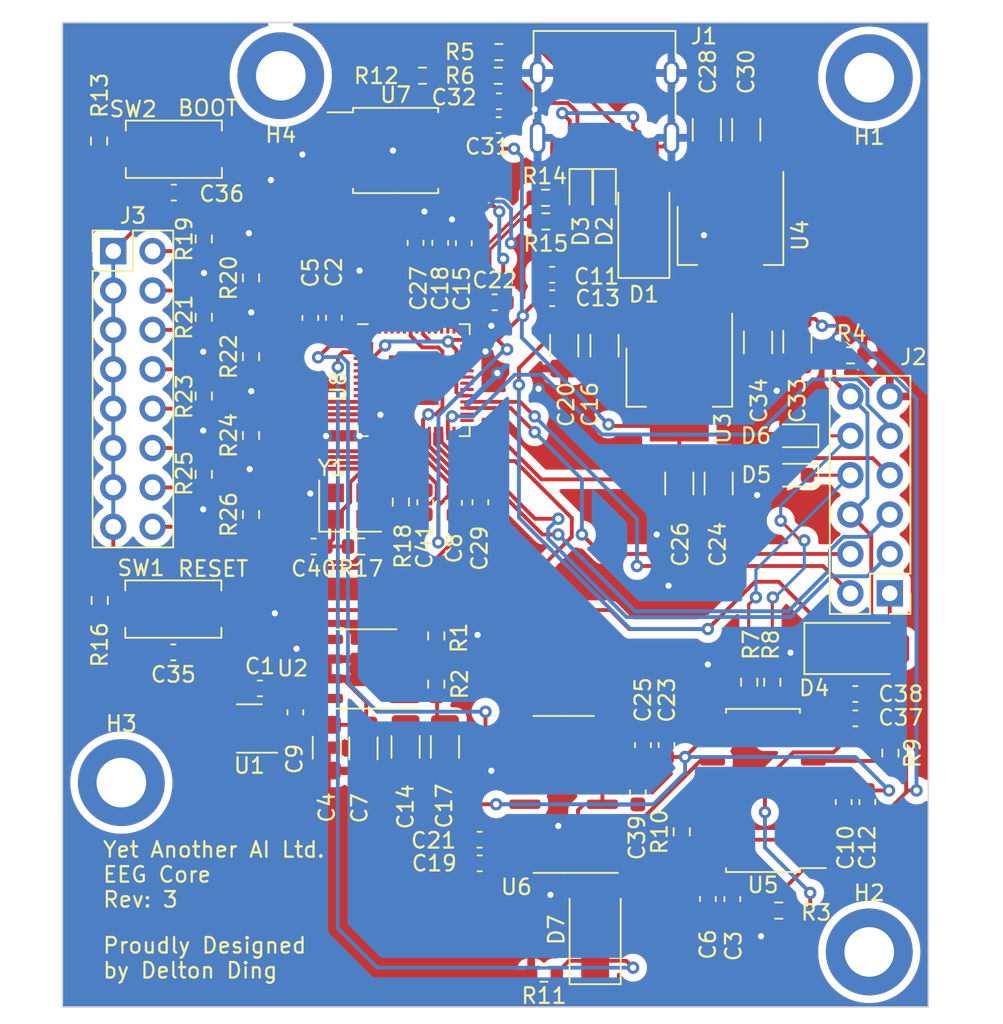
<source format=kicad_pcb>
(kicad_pcb (version 20221018) (generator pcbnew)
  (layers (0 "F.Cu" signal) (31 "B.Cu" signal) (34 "B.Paste" user) (35 "F.Paste" user) (36 "B.SilkS" user "B.Silkscreen") (37 "F.SilkS" user "F.Silkscreen") (38 "B.Mask" user) (39 "F.Mask" user) (44 "Edge.Cuts" user))
  (net 0 "")
  (net 1 "/Connectors/USBDM")
  (net 2 "GND")
  (net 3 "/ADC/CINA-")
  (net 4 "/ADC/CINA+")
  (net 5 "+3V3")
  (net 6 "+5V")
  (net 7 "+2V5")
  (net 8 "-5V")
  (net 9 "Net-(U1-CAP+)")
  (net 10 "Net-(U1-CAP-)")
  (net 11 "-2V5")
  (net 12 "Net-(U5-CINA-)")
  (net 13 "Net-(U5-CINA+)")
  (net 14 "Net-(U6-A2)")
  (net 15 "Net-(U2-ADJ)")
  (net 16 "Net-(U5-S0)")
  (net 17 "Net-(U5-S1)")
  (net 20 "/ADC/PD_SCK")
  (net 21 "/ADC/DOUT")
  (net 22 "Net-(U5-PD_SCK)")
  (net 28 "/Connectors/SEL0")
  (net 29 "/Connectors/SEL1")
  (net 30 "/Connectors/SEL2")
  (net 31 "/Connectors/SEL3")
  (net 32 "/Connectors/SEL4")
  (net 33 "/Connectors/SEL5")
  (net 34 "/Connectors/SEL6")
  (net 35 "/Connectors/SEL7")
  (net 36 "/MCU/XIN")
  (net 37 "/MCU/XOUT")
  (net 38 "+1V1")
  (net 39 "/Connectors/SWCLK")
  (net 40 "/Connectors/SWDIO")
  (net 41 "/Connectors/RUN")
  (net 42 "/Connectors/UART_TX")
  (net 43 "/Connectors/UART_RX")
  (net 46 "/Connectors/I2C_SDA")
  (net 47 "/Connectors/I2C_SCL")
  (net 56 "/MCU/QSPI_IO3")
  (net 57 "/MCU/QSPI_SCK")
  (net 58 "/MCU/QSPI_IO0")
  (net 59 "/MCU/QSPI_IO2")
  (net 60 "/MCU/QSPI_IO1")
  (net 61 "/MCU/QSPI_SS")
  (net 62 "/Connectors/BOOTSEL")
  (net 63 "GNDA")
  (net 65 "Net-(C41-Pad1)")
  (net 66 "Net-(D7-A)")
  (net 67 "/Connectors/CC1")
  (net 68 "/Connectors/CC2")
  (net 69 "Net-(D1-A)")
  (net 70 "Net-(D4-A)")
  (net 71 "/Connectors/USBDP")
  (net 74 "/MCU/USBD_P")
  (net 75 "/MCU/USBD_N")
  (footprint "Capacitor_SMD:C_0603_1608Metric" (layer "F.Cu") (at 75.819 70.599 90)
    (fp_text reference "C10")
    (fp_text value "100n")
  )
  (footprint "Capacitor_SMD:C_0603_1608Metric" (layer "F.Cu") (at 68.632 76.8605 -90)
    (fp_text reference "C3")
    (fp_text value "100n")
  )
  (footprint "Connector_PinHeader_2.54mm:PinHeader_2x06_P2.54mm_Vertical" (layer "F.Cu") (at 78.792 57.135001 180)
    (fp_text reference "J2")
    (fp_text value "Conn_02x06_Odd_Even")
  )
  (footprint "Capacitor_SMD:C_1206_3216Metric" (layer "F.Cu") (at 69.529882 27.237501 90)
    (fp_text reference "C30")
    (fp_text value "100n")
  )
  (footprint "Capacitor_SMD:C_0603_1608Metric" (layer "F.Cu") (at 53.581 25.4)
    (fp_text reference "C32")
    (fp_text value "2.2u")
  )
  (footprint "Package_SO:SOP-16_4.55x10.3mm_P1.27mm" (layer "F.Cu") (at 70.612 69.85 180)
    (fp_text reference "U5")
    (fp_text value "HX717 ")
  )
  (footprint "Capacitor_SMD:C_0603_1608Metric" (layer "F.Cu") (at 76.5715 65.201 180)
    (fp_text reference "C37")
    (fp_text value "1n")
  )
  (footprint "Capacitor_SMD:C_1206_3216Metric" (layer "F.Cu") (at 60.385882 41.158501 -90)
    (fp_text reference "C16")
    (fp_text value "22u")
  )
  (footprint "Capacitor_SMD:C_0603_1608Metric" (layer "F.Cu") (at 77.343 70.599 90)
    (fp_text reference "C12")
    (fp_text value "100n")
  )
  (footprint "Capacitor_SMD:C_0603_1608Metric" (layer "F.Cu") (at 52.376 51.267501 -90)
    (fp_text reference "C29")
    (fp_text value "100n")
  )
  (footprint "Capacitor_SMD:C_0603_1608Metric" (layer "F.Cu") (at 48.193882 34.529001 90)
    (fp_text reference "C27")
    (fp_text value "100n")
  )
  (footprint "Resistor_SMD:R_0603_1608Metric" (layer "F.Cu") (at 37.576882 41.869501 90)
    (fp_text reference "R22")
    (fp_text value "4.7k")
  )
  (footprint "Package_SO:SOIC-8_5.275x5.275mm_P1.27mm" (layer "F.Cu") (at 46.907 28.575)
    (fp_text reference "U7")
    (fp_text value "W25Q32JVSSIQ")
  )
  (footprint "Capacitor_SMD:C_0603_1608Metric" (layer "F.Cu") (at 64.389 66.916 -90)
    (fp_text reference "C23")
    (fp_text value "100n")
  )
  (footprint "Resistor_SMD:R_0603_1608Metric" (layer "F.Cu") (at 71.628 77.597)
    (fp_text reference "R3")
    (fp_text value "0")
  )
  (footprint "Resistor_SMD:R_0603_1608Metric" (layer "F.Cu") (at 53.5685 22.225 180)
    (fp_text reference "R5")
    (fp_text value "5.1k")
  )
  (footprint "Capacitor_SMD:C_0603_1608Metric" (layer "F.Cu") (at 50.673 51.295 -90)
    (fp_text reference "C8")
    (fp_text value "100n")
  )
  (footprint "Package_SO:SOP-16_3.9x9.9mm_P1.27mm" (layer "F.Cu") (at 57.75 70.104 180)
    (fp_text reference "U6")
    (fp_text value "74HC4051")
  )
  (footprint "MountingHole:MountingHole_3.2mm_M3_DIN965_Pad" (layer "F.Cu") (at 29.21 69.342)
    (fp_text reference "H3")
    (fp_text value "M3")
  )
  (footprint "Resistor_SMD:R_0603_1608Metric" (layer "F.Cu") (at 49.53 59.881 90)
    (fp_text reference "R1")
    (fp_text value "120")
  )
  (footprint "Capacitor_SMD:C_0603_1608Metric" (layer "F.Cu") (at 52.324 73.025 180)
    (fp_text reference "C21")
    (fp_text value "10u")
  )
  (footprint "Capacitor_SMD:C_0603_1608Metric" (layer "F.Cu") (at 48.82 51.267501 -90)
    (fp_text reference "C41")
    (fp_text value "15p")
  )
  (footprint "Capacitor_SMD:C_0603_1608Metric" (layer "F.Cu") (at 67.056 76.848 -90)
    (fp_text reference "C6")
    (fp_text value "10u")
  )
  (footprint "Crystal:Crystal_SMD_3225-4Pin_3.2x2.5mm" (layer "F.Cu") (at 43.973382 51.506501)
    (fp_text reference "Y1")
    (fp_text value "12MHz")
  )
  (footprint "Package_TO_SOT_SMD:SOT-223-3_TabPin2" (layer "F.Cu") (at 68.513882 34.046501 -90)
    (fp_text reference "U4")
    (fp_text value "AMS1117-2.5")
  )
  (footprint "Capacitor_SMD:C_0603_1608Metric" (layer "F.Cu") (at 53.299382 38.364501)
    (fp_text reference "C22")
    (fp_text value "2.2u")
  )
  (footprint "Button_Switch_SMD:SW_SPST_EVQPE1" (layer "F.Cu") (at 32.59825 28.492751)
    (fp_text reference "SW2")
    (fp_text value "TS3643TP-SZ")
  )
  (footprint "Capacitor_SMD:C_0603_1608Metric" (layer "F.Cu") (at 51.308 34.557 90)
    (fp_text reference "C15")
    (fp_text value "100n")
  )
  (footprint "Capacitor_SMD:C_1206_3216Metric" (layer "F.Cu") (at 50.09 67.041001 90)
    (fp_text reference "C17")
    (fp_text value "100n")
  )
  (footprint "Diode_SMD:D_0603_1608Metric" (layer "F.Cu") (at 58.861882 31.252501 -90)
    (fp_text reference "D3")
    (fp_text value "0603ESDA-05N")
  )
  (footprint "Resistor_SMD:R_0603_1608Metric" (layer "F.Cu") (at 34.528882 49.464001 90)
    (fp_text reference "R25")
    (fp_text value "4.7k")
  )
  (footprint "Capacitor_SMD:C_1206_3216Metric" (layer "F.Cu") (at 42.47 67.090001 90)
    (fp_text reference "C4")
    (fp_text value "22u")
  )
  (footprint "Capacitor_SMD:C_0603_1608Metric" (layer "F.Cu") (at 57.01 38.1)
    (fp_text reference "C13")
    (fp_text value "100n")
  )
  (footprint "Capacitor_SMD:C_0603_1608Metric" (layer "F.Cu") (at 62.536 69.977 90)
    (fp_text reference "C39")
    (fp_text value "10u")
  )
  (footprint "Resistor_SMD:R_0603_1608Metric" (layer "F.Cu") (at 56.579 31.623 180)
    (fp_text reference "R14")
    (fp_text value "22")
  )
  (footprint "Capacitor_SMD:C_0603_1608Metric" (layer "F.Cu") (at 32.564 60.945001 180)
    (fp_text reference "C35")
    (fp_text value "10u")
  )
  (footprint "Resistor_SMD:R_0603_1608Metric" (layer "F.Cu") (at 27.77225 27.959251 -90)
    (fp_text reference "R13")
    (fp_text value "4.7k")
  )
  (footprint "Capacitor_SMD:C_0603_1608Metric" (layer "F.Cu") (at 53.553382 26.934501)
    (fp_text reference "C31")
    (fp_text value "100n")
  )
  (footprint "Diode_SMD:D_0603_1608Metric" (layer "F.Cu") (at 60.385882 31.252501 -90)
    (fp_text reference "D2")
    (fp_text value "0603ESDA-05N")
  )
  (footprint "Resistor_SMD:R_0603_1608Metric" (layer "F.Cu") (at 78.832 67.437 -90)
    (fp_text reference "R9")
    (fp_text value "4.7k")
  )
  (footprint "Capacitor_SMD:C_1206_3216Metric" (layer "F.Cu") (at 70.291882 40.953501 -90)
    (fp_text reference "C34")
    (fp_text value "100n")
  )
  (footprint "Resistor_SMD:R_0603_1608Metric" (layer "F.Cu") (at 37.576882 36.789501 90)
    (fp_text reference "R20")
    (fp_text value "4.7k")
  )
  (footprint "Capacitor_SMD:C_1206_3216Metric" (layer "F.Cu") (at 66.989882 27.237501 90)
    (fp_text reference "C28")
    (fp_text value "22u")
  )
  (footprint "Package_SO:SOIC-8_3.9x4.9mm_P1.27mm" (layer "F.Cu") (at 45.01 62.010001 180)
    (fp_text reference "U2")
    (fp_text value "LM337L_SO8")
  )
  (footprint "Resistor_SMD:R_0603_1608Metric" (layer "F.Cu") (at 65.37 72.517 90)
    (fp_text reference "R10")
    (fp_text value "4.7k")
  )
  (footprint "Diode_SMD:D_SMA" (layer "F.Cu") (at 62.925882 33.284501 90)
    (fp_text reference "D1")
    (fp_text value "SS14")
  )
  (footprint "Capacitor_SMD:C_0603_1608Metric" (layer "F.Cu") (at 52.337 74.549 180)
    (fp_text reference "C19")
    (fp_text value "100n")
  )
  (footprint "Capacitor_SMD:C_1206_3216Metric" (layer "F.Cu") (at 57.785 41.158501 -90)
    (fp_text reference "C20")
    (fp_text value "100n")
  )
  (footprint "Resistor_SMD:R_0603_1608Metric" (layer "F.Cu") (at 56.601382 33.147 180)
    (fp_text reference "R15")
    (fp_text value "22")
  )
  (footprint "Connector_PinHeader_2.54mm:PinHeader_2x08_P2.54mm_Vertical" (layer "F.Cu") (at 28.686882 35.062501)
    (fp_text reference "J3")
    (fp_text value "Conn_02x08_Odd_Even")
  )
  (footprint "Capacitor_SMD:C_0603_1608Metric" (layer "F.Cu") (at 57.01 36.586501)
    (fp_text reference "C11")
    (fp_text value "100n")
  )
  (footprint "Capacitor_SMD:C_1206_3216Metric" (layer "F.Cu") (at 67.751882 50.048501 -90)
    (fp_text reference "C24")
    (fp_text value "22u")
  )
  (footprint "Capacitor_SMD:C_1206_3216Metric" (layer "F.Cu") (at 47.55 67.041001 90)
    (fp_text reference "C14")
    (fp_text value "22u")
  )
  (footprint "Capacitor_SMD:C_1206_3216Metric" (layer "F.Cu") (at 44.831 67.134 90)
    (fp_text reference "C7")
    (fp_text value "100n")
  )
  (footprint "Package_TO_SOT_SMD:SOT-23-6" (layer "F.Cu") (at 37.4705 65.852 180)
    (fp_text reference "U1")
    (fp_text value "LM2664M6X/NOPB")
  )
  (footprint "Capacitor_SMD:C_0603_1608Metric" (layer "F.Cu") (at 49.784 34.531 90)
    (fp_text reference "C18")
    (fp_text value "100n")
  )
  (footprint "Diode_SMD:D_0603_1608Metric" (layer "F.Cu") (at 72.696 46.975001 180)
    (fp_text reference "D6")
    (fp_text value "0603ESDA-05N")
  )
  (footprint "Package_DFN_QFN:QFN-56-1EP_7x7mm_P0.4mm_EP3.2x3.2mm" (layer "F.Cu") (at 48.075382 43.384501)
    (fp_text reference "U8")
    (fp_text value "RP2040")
  )
  (footprint "Capacitor_SMD:C_0603_1608Metric" (layer "F.Cu") (at 76.5715 63.627)
    (fp_text reference "C38")
    (fp_text value "1n")
  )
  (footprint "Resistor_SMD:R_0603_1608Metric" (layer "F.Cu") (at 37.576882 52.055001 90)
    (fp_text reference "R26")
    (fp_text value "4.7k")
  )
  (footprint "Resistor_SMD:R_0603_1608Metric" (layer "F.Cu") (at 49.53 62.992 90)
    (fp_text reference "R2")
    (fp_text value "120")
  )
  (footprint "Resistor_SMD:R_0603_1608Metric" (layer "F.Cu") (at 53.531 23.749 180)
    (fp_text reference "R6")
    (fp_text value "5.1k")
  )
  (footprint "Capacitor_SMD:C_0603_1608Metric" (layer "F.Cu") (at 41.402 39.37 90)
    (fp_text reference "C5")
    (fp_text value "100n")
  )
  (footprint "Capacitor_SMD:C_0603_1608Metric" (layer "F.Cu") (at 32.59825 31.286751 180)
    (fp_text reference "C36")
    (fp_text value "10u")
  )
  (footprint "Resistor_SMD:R_0603_1608Metric" (layer "F.Cu") (at 44.663382 54.112501 180)
    (fp_text reference "R17")
    (fp_text value "NC")
  )
  (footprint "Resistor_SMD:R_0603_1608Metric" (layer "F.Cu") (at 76.264 41.783 180)
    (fp_text reference "R4")
    (fp_text value "0")
  )
  (footprint "Diode_SMD:D_SMA" (layer "F.Cu") (at 59.782 78.835 90)
    (fp_text reference "D7")
    (fp_text value "SS14")
  )
  (footprint "Resistor_SMD:R_0603_1608Metric" (layer "F.Cu") (at 34.528882 39.329501 90)
    (fp_text reference "R21")
    (fp_text value "4.7k")
  )
  (footprint "Diode_SMD:D_SMA" (layer "F.Cu") (at 76.792 60.691001)
    (fp_text reference "D4")
    (fp_text value "SS14")
  )
  (footprint "MountingHole:MountingHole_3.2mm_M3_DIN965_Pad" (layer "F.Cu") (at 77.47 23.876)
    (fp_text reference "H1")
    (fp_text value "M3")
  )
  (footprint "Capacitor_SMD:C_0603_1608Metric" (layer "F.Cu") (at 42.926 39.357 90)
    (fp_text reference "C2")
    (fp_text value "100n")
  )
  (footprint "Capacitor_SMD:C_0603_1608Metric" (layer "F.Cu") (at 38.152 63.267251)
    (fp_text reference "C1")
    (fp_text value "3.3u")
  )
  (footprint "Button_Switch_SMD:SW_SPST_EVQPE1" (layer "F.Cu") (at 32.564 58.151001)
    (fp_text reference "SW1")
    (fp_text value "TS3643TP-SZ")
  )
  (footprint "Resistor_SMD:R_0603_1608Metric" (layer "F.Cu") (at 47.244 51.245 90)
    (fp_text reference "R18")
    (fp_text value "1k")
  )
  (footprint "Capacitor_SMD:C_1206_3216Metric" (layer "F.Cu") (at 72.831882 40.904501 -90)
    (fp_text reference "C33")
    (fp_text value "22u")
  )
  (footprint "Diode_SMD:D_0603_1608Metric" (layer "F.Cu") (at 72.696 49.515001 180)
    (fp_text reference "D5")
    (fp_text value "0603ESDA-05N")
  )
  (footprint "Capacitor_SMD:C_0603_1608Metric" (layer "F.Cu") (at 41.615382 54.112501 180)
    (fp_text reference "C40")
    (fp_text value "15p")
  )
  (footprint "Resistor_SMD:R_0603_1608Metric" (layer "F.Cu") (at 69.723 62.865 -90)
    (fp_text reference "R7")
    (fp_text value "2.2k")
  )
  (footprint "MountingHole:MountingHole_3.2mm_M3_DIN965_Pad" (layer "F.Cu") (at 77.47 80.264)
    (fp_text reference "H2")
    (fp_text value "M3")
  )
  (footprint "Connector_USB:USB_C_Receptacle_XKB_U262-16XN-4BVC11" (layer "F.Cu") (at 60.385882 24.648501 180)
    (fp_text reference "J1")
    (fp_text value "USB_C_Receptacle_USB2.0")
  )
  (footprint "Resistor_SMD:R_0603_1608Metric" (layer "F.Cu") (at 48.641 23.749 180)
    (fp_text reference "R12")
    (fp_text value "NC")
  )
  (footprint "Resistor_SMD:R_0603_1608Metric" (layer "F.Cu") (at 34.528882 34.275001 90)
    (fp_text reference "R19")
    (fp_text value "4.7k")
  )
  (footprint "Resistor_SMD:R_0603_1608Metric" (layer "F.Cu") (at 27.813 57.595 -90)
    (fp_text reference "R16")
    (fp_text value "4.7k")
  )
  (footprint "Capacitor_SMD:C_0603_1608Metric" (layer "F.Cu") (at 62.865 66.929 -90)
    (fp_text reference "C25")
    (fp_text value "10u")
  )
  (footprint "Package_TO_SOT_SMD:SOT-223-3_TabPin2" (layer "F.Cu") (at 65.211882 43.190501 -90)
    (fp_text reference "U3")
    (fp_text value "AMS1117-3.3")
  )
  (footprint "MountingHole:MountingHole_3.2mm_M3_DIN965_Pad" (layer "F.Cu") (at 39.497 23.749)
    (fp_text reference "H4")
    (fp_text value "M3")
  )
  (footprint "Resistor_SMD:R_0603_1608Metric" (layer "F.Cu") (at 71.212 62.865 -90)
    (fp_text reference "R8")
    (fp_text value "2.2k")
  )
  (footprint "Resistor_SMD:R_0603_1608Metric" (layer "F.Cu") (at 37.576882 46.949501 90)
    (fp_text reference "R24")
    (fp_text value "4.7k")
  )
  (footprint "Resistor_SMD:R_0603_1608Metric" (layer "F.Cu") (at 34.528882 44.409501 90)
    (fp_text reference "R23")
    (fp_text value "4.7k")
  )
  (footprint "Capacitor_SMD:C_1206_3216Metric" (layer "F.Cu") (at 65.211882 50.048501 -90)
    (fp_text reference "C26")
    (fp_text value "100n")
  )
  (footprint "Capacitor_SMD:C_0603_1608Metric" (layer "F.Cu") (at 40.438 64.816751 90)
    (fp_text reference "C9")
    (fp_text value "3.3u")
  )
  (footprint "Resistor_SMD:R_0603_1608Metric" (layer "F.Cu") (at 56.48 81.661 180)
    (fp_text reference "R11")
    (fp_text value "4.7k")
  )
  (gr_rect (start 25.4 20.32) (end 81.28 83.82) (stroke (width 0.1)) (fill none) (layer "Edge.Cuts"))
  (gr_text "Yet Another AI Ltd.\nEEG Core\nRev: 3" (at 27.94 77.47) (layer "F.SilkS") (effects (font (size 1 1)) (justify left bottom)))
  (gr_text "RESET" (at 32.766 56.134) (layer "F.SilkS") (effects (font (size 1 1)) (justify left bottom)))
  (gr_text "BOOT" (at 32.766 26.416) (layer "F.SilkS") (effects (font (size 1 1)) (justify left bottom)))
  (gr_text "Proudly Designed\nby Delton Ding" (at 27.94 82.042) (layer "F.SilkS") (effects (font (size 1 1)) (justify left bottom)))
  (segment (start 60.893882 29.474501) (end 60.135882 29.474501) (width 0.25) (layer "F.Cu") (net 1))
  (segment (start 58.134882 31.620199) (end 58.134882 32.284501) (width 0.25) (layer "F.Cu") (net 1))
  (segment (start 60.135882 30.215001) (end 60.385882 30.465001) (width 0.25) (layer "F.Cu") (net 1))
  (segment (start 61.135882 29.232501) (end 60.893882 29.474501) (width 0.25) (layer "F.Cu") (net 1))
  (segment (start 60.135882 28.318501) (end 60.135882 29.474501) (width 0.25) (layer "F.Cu") (net 1))
  (segment (start 58.40458 31.350501) (end 58.134882 31.620199) (width 0.25) (layer "F.Cu") (net 1))
  (segment (start 58.134882 32.284501) (end 57.388882 33.030501) (width 0.25) (layer "F.Cu") (net 1))
  (segment (start 60.135882 29.474501) (end 60.135882 30.215001) (width 0.25) (layer "F.Cu") (net 1))
  (segment (start 61.135882 28.318501) (end 61.135882 29.232501) (width 0.25) (layer "F.Cu") (net 1))
  (segment (start 60.385882 30.465001) (end 59.500382 31.350501) (width 0.25) (layer "F.Cu") (net 1))
  (segment (start 59.500382 31.350501) (end 58.40458 31.350501) (width 0.25) (layer "F.Cu") (net 1))
  (segment (start 63.435882 28.318501) (end 63.735882 28.318501) (width 0.25) (layer "F.Cu") (net 2))
  (segment (start 33.38575 30.405251) (end 35.29825 28.492751) (width 0.25) (layer "F.Cu") (net 2))
  (segment (start 55.88 25.908) (end 55.88 27.567619) (width 0.25) (layer "F.Cu") (net 2))
  (segment (start 44.577 46.99) (end 42.418 46.99) (width 0.25) (layer "F.Cu") (net 2))
  (segment (start 37.4396 33.909) (end 36.980601 33.450001) (width 0.25) (layer "F.Cu") (net 2))
  (segment (start 51.308 33.675383) (end 51.241882 33.741501) (width 0.25) (layer "F.Cu") (net 2))
  (segment (start 48.193882 33.086118) (end 48.193882 33.741501) (width 0.25) (layer "F.Cu") (net 2))
  (segment (start 63.735882 28.318501) (end 64.140882 28.318501) (width 0.25) (layer "F.Cu") (net 2))
  (segment (start 64.3385 66.1415) (end 64.364 66.116) (width 0.25) (layer "F.Cu") (net 2))
  (segment (start 49.743382 33.741501) (end 49.717882 33.716001) (width 0.25) (layer "F.Cu") (net 2))
  (segment (start 55.88 27.567619) (end 56.065882 27.753501) (width 0.25) (layer "F.Cu") (net 2))
  (segment (start 44.565382 54.748618) (end 44.196 55.118) (width 0.25) (layer "F.Cu") (net 2))
  (segment (start 62.536 69.1895) (end 61.5455 68.199) (width 0.25) (layer "F.Cu") (net 2))
  (segment (start 45.073382 52.356501) (end 44.565382 52.864501) (width 0.25) (layer "F.Cu") (net 2))
  (segment (start 55.382501 25.410501) (end 55.88 25.908) (width 0.25) (layer "F.Cu") (net 2))
  (segment (start 51.241882 33.741501) (end 49.743382 33.741501) (width 0.25) (layer "F.Cu") (net 2))
  (segment (start 64.140882 28.318501) (end 64.705882 27.753501) (width 0.25) (layer "F.Cu") (net 2))
  (segment (start 40.827882 54.289882) (end 40.827882 54.112501) (width 0.25) (layer "F.Cu") (net 2))
  (segment (start 62.0535 65.659) (end 62.536 66.1415) (width 0.25) (layer "F.Cu") (net 2))
  (segment (start 41.656 55.118) (end 40.827882 54.289882) (width 0.25) (layer "F.Cu") (net 2))
  (segment (start 59.563 68.199) (end 60.25 68.199) (width 0.25) (layer "F.Cu") (net 2))
  (segment (start 48.768 32.512) (end 48.193882 33.086118) (width 0.25) (layer "F.Cu") (net 2))
  (segment (start 44.565382 52.864501) (end 44.565382 54.748618) (width 0.25) (layer "F.Cu") (net 2))
  (segment (start 47.075382 46.234501) (end 47.075382 46.822001) (width 0.25) (layer "F.Cu") (net 2))
  (segment (start 60.25 65.659) (end 59.250001 65.659) (width 0.25) (layer "F.Cu") (net 2))
  (segment (start 62.536 66.1415) (end 64.3385 66.1415) (width 0.25) (layer "F.Cu") (net 2))
  (segment (start 51.5885 72.975) (end 51.5885 74.549) (width 0.25) (layer "F.Cu") (net 2))
  (segment (start 54.086882 38.364501) (end 54.086882 38.877118) (width 0.25) (layer "F.Cu") (net 2))
  (segment (start 45.757001 55.118) (end 44.196 55.118) (width 0.25) (layer "F.Cu") (net 2))
  (segment (start 36.980601 33.450001) (end 34.528882 33.450001) (width 0.25) (layer "F.Cu") (net 2))
  (segment (start 33.38575 31.286751) (end 33.38575 30.405251) (width 0.25) (layer "F.Cu") (net 2))
  (segment (start 54.086882 38.877118) (end 53.086 39.878) (width 0.25) (layer "F.Cu") (net 2))
  (segment (start 61.5455 68.199) (end 60.25 68.199) (width 0.25) (layer "F.Cu") (net 2))
  (segment (start 49.309068 55.118) (end 45.757001 55.118) (width 0.25) (layer "F.Cu") (net 2))
  (segment (start 48.075382 45.234501) (end 47.075382 46.234501) (width 0.25) (layer "F.Cu") (net 2))
  (segment (start 60.25 65.659) (end 62.0535 65.659) (width 0.25) (layer "F.Cu") (net 2))
  (segment (start 33.3515 60.063501) (end 35.264 58.151001) (width 0.25) (layer "F.Cu") (net 2))
  (segment (start 44.479589 46.99) (end 44.577 46.99) (width 0.25) (layer "F.Cu") (net 2))
  (segment (start 54.340882 25.410501) (end 55.382501 25.410501) (width 0.25) (layer "F.Cu") (net 2))
  (segment (start 50.546 33.02) (end 50.546 33.045619) (width 0.25) (layer "F.Cu") (net 2))
  (segment (start 50.661382 52.055001) (end 50.661382 53.765686) (width 0.25) (layer "F.Cu") (net 2))
  (segment (start 48.075382 43.384501) (end 48.075382 45.234501) (width 0.25) (layer "F.Cu") (net 2))
  (segment (start 48.82 52.055001) (end 45.757001 55.118) (width 0.25) (layer "F.Cu") (net 2))
  (segment (start 33.3515 60.945001) (end 33.3515 60.063501) (width 0.25) (layer "F.Cu") (net 2))
  (segment (start 50.546 33.045619) (end 51.241882 33.741501) (width 0.25) (layer "F.Cu") (net 2))
  (segment (start 44.196 55.118) (end 41.656 55.118) (width 0.25) (layer "F.Cu") (net 2))
  (segment (start 50.661382 53.765686) (end 49.309068 55.118) (width 0.25) (layer "F.Cu") (net 2))
  (via (at 56.134 43.942) (size 0.8) (drill 0.4) (layers "F.Cu" "B.Cu") (net 2))
  (via (at 37.592 44.0944) (size 0.8) (drill 0.4) (layers "F.Cu" "B.Cu") (net 2))
  (via (at 50.546 33.02) (size 0.8) (drill 0.4) (layers "F.Cu" "B.Cu") (net 2))
  (via (at 48.768 32.512) (size 0.8) (drill 0.4) (layers "F.Cu" "B.Cu") (net 2))
  (via (at 57.404 72.136) (size 0.8) (drill 0.4) (layers "F.Cu" "B.Cu") (net 2))
  (via (at 75.438 40.64) (size 0.8) (drill 0.4) (layers "F.Cu" "B.Cu") (net 2))
  (via (at 40.894 28.829) (size 0.8) (drill 0.4) (layers "F.Cu" "B.Cu") (net 2))
  (via (at 46.736 28.575) (size 0.8) (drill 0.4) (layers "F.Cu" "B.Cu") (net 2))
  (via (at 52.705 41.529) (size 0.8) (drill 0.4) (layers "F.Cu" "B.Cu") (net 2))
  (via (at 41.402 50.6984) (size 0.8) (drill 0.4) (layers "F.Cu" "B.Cu") (net 2))
  (via (at 34.4932 46.6344) (size 0.8) (drill 0.4) (layers "F.Cu" "B.Cu") (net 2))
  (via (at 66.802 34.036) (size 0.8) (drill 0.4) (layers "F.Cu" "B.Cu") (net 2))
  (via (at 44.577 46.99) (size 0.8) (drill 0.4) (layers "F.Cu" "B.Cu") (net 2))
  (via (at 34.544 36.4744) (size 0.8) (drill 0.4) (layers "F.Cu" "B.Cu") (net 2))
  (via (at 38.862 30.48) (size 0.8) (drill 0.4) (layers "F.Cu" "B.Cu") (net 2))
  (via (at 34.4932 41.5544) (size 0.8) (drill 0.4) (layers "F.Cu" "B.Cu") (net 2))
  (via (at 53.467 42.926) (size 0.8) (drill 0.4) (layers "F.Cu" "B.Cu") (net 2))
  (via (at 55.88 25.908) (size 0.8) (drill 0.4) (layers "F.Cu" "B.Cu") (net 2))
  (via (at 70.231 50.8) (size 0.8) (drill 0.4) (layers "F.Cu" "B.Cu") (net 2))
  (via (at 53.086 39.878) (size 0.8) (drill 0.4) (layers "F.Cu" "B.Cu") (net 2))
  (via (at 45.9232 45.6184) (size 0.8) (drill 0.4) (layers "F.Cu" "B.Cu") (net 2))
  (via (at 34.4932 51.7144) (size 0.8) (drill 0.4) (layers "F.Cu" "B.Cu") (net 2))
  (via (at 63.754 53.34) (size 0.8) (drill 0.4) (layers "F.Cu" "B.Cu") (net 2))
  (via (at 44.577 36.322) (size 0.8) (drill 0.4) (layers "F.Cu" "B.Cu") (net 2))
  (via (at 54.356 34.544) (size 0.8) (drill 0.4) (layers "F.Cu" "B.Cu") (net 2))
  (via (at 72.39 60.96) (size 0.8) (drill 0.4) (layers "F.Cu" "B.Cu") (net 2))
  (via (at 37.592 39.0144) (size 0.8) (drill 0.4) (layers "F.Cu" "B.Cu") (net 2))
  (via (at 53.086 68.58) (size 0.8) (drill 0.4) (layers "F.Cu" "B.Cu") (net 2))
  (via (at 37.4904 49.1236) (size 0.8) (drill 0.4) (layers "F.Cu" "B.Cu") (net 2))
  (via (at 64.516 56.642) (size 0.8) (drill 0.4) (layers "F.Cu" "B.Cu") (net 2))
  (via (at 40.513 60.706) (size 0.8) (drill 0.4) (layers "F.Cu" "B.Cu") (net 2))
  (via (at 70.485 79.248) (size 0.8) (drill 0.4) (layers "F.Cu" "B.Cu") (net 2))
  (via (at 39.116 58.42) (size 0.8) (drill 0.4) (layers "F.Cu" "B.Cu") (net 2))
  (via (at 56.896 76.581) (size 0.8) (drill 0.4) (layers "F.Cu" "B.Cu") (net 2))
  (via (at 52.197 59.817) (size 0.8) (drill 0.4) (layers "F.Cu" "B.Cu") (net 2))
  (via (at 67.056 61.722) (size 0.8) (drill 0.4) (layers "F.Cu" "B.Cu") (net 2))
  (via (at 42.418 46.99) (size 0.8) (drill 0.4) (layers "F.Cu" "B.Cu") (net 2))
  (via (at 37.4396 33.909) (size 0.8) (drill 0.4) (layers "F.Cu" "B.Cu") (net 2))
  (via (at 71.501 44.069) (size 0.8) (drill 0.4) (layers "F.Cu" "B.Cu") (net 2))
  (segment (start 48.768 32.512) (end 48.912 32.368) (width 0.25) (layer "B.Cu") (net 2))
  (segment (start 53.864068 31.86) (end 54.356 32.351932) (width 0.25) (layer "B.Cu") (net 2))
  (segment (start 54.356 32.351932) (end 54.356 34.544) (width 0.25) (layer "B.Cu") (net 2))
  (segment (start 48.912 32.368) (end 52.721068 32.368) (width 0.25) (layer "B.Cu") (net 2))
  (segment (start 56.065882 23.573501) (end 56.065882 25.722118) (width 0.25) (layer "B.Cu") (net 2))
  (segment (start 52.721068 32.368) (end 53.229068 31.86) (width 0.25) (layer "B.Cu") (net 2))
  (segment (start 56.065882 25.722118) (end 55.88 25.908) (width 0.25) (layer "B.Cu") (net 2))
  (segment (start 53.229068 31.86) (end 53.864068 31.86) (width 0.25) (layer "B.Cu") (net 2))
  (segment (start 69.688 57.857001) (end 70.156 57.389001) (width 0.2) (layer "F.Cu") (net 3))
  (segment (start 69.688 62.0775) (end 69.688 57.857001) (width 0.2) (layer "F.Cu") (net 3))
  (segment (start 76.252 49.515001) (end 73.4835 49.515001) (width 0.2) (layer "F.Cu") (net 3))
  (via (at 70.156 57.389001) (size 0.8) (drill 0.4) (layers "F.Cu" "B.Cu") (net 3))
  (segment (start 76.252 49.515001) (end 70.156 55.611001) (width 0.2) (layer "B.Cu") (net 3))
  (segment (start 70.156 57.389001) (end 70.104 57.337001) (width 0.2) (layer "B.Cu") (net 3))
  (segment (start 70.156 55.611001) (end 70.156 57.389001) (width 0.2) (layer "B.Cu") (net 3))
  (segment (start 76.252 46.975001) (end 73.4835 46.975001) (width 0.2) (layer "F.Cu") (net 4))
  (segment (start 71.212 62.0775) (end 71.212 57.439) (width 0.2) (layer "F.Cu") (net 4))
  (segment (start 73.025 53.721) (end 73.279 53.721) (width 0.2) (layer "F.Cu") (net 4))
  (segment (start 71.755 52.451) (end 73.025 53.721) (width 0.2) (layer "F.Cu") (net 4))
  (segment (start 71.212 57.439) (end 71.247 57.404) (width 0.2) (layer "F.Cu") (net 4))
  (via (at 71.755 52.451) (size 0.8) (drill 0.4) (layers "F.Cu" "B.Cu") (net 4))
  (via (at 71.247 57.404) (size 0.8) (drill 0.4) (layers "F.Cu" "B.Cu") (net 4))
  (via (at 73.279 53.721) (size 0.8) (drill 0.4) (layers "F.Cu" "B.Cu") (net 4))
  (segment (start 71.374 57.404) (end 71.247 57.404) (width 0.2) (layer "B.Cu") (net 4))
  (segment (start 73.279 53.721) (end 73.279 55.499) (width 0.2) (layer "B.Cu") (net 4))
  (segment (start 71.755 51.472001) (end 71.755 52.451) (width 0.2) (layer "B.Cu") (net 4))
  (segment (start 71.247 57.531) (end 71.247 57.531) (width 0.2) (layer "B.Cu") (net 4))
  (segment (start 73.279 55.499) (end 71.374 57.404) (width 0.2) (layer "B.Cu") (net 4))
  (segment (start 71.247 57.404) (end 71.247 57.531) (width 0.2) (layer "B.Cu") (net 4))
  (segment (start 76.252 46.975001) (end 71.755 51.472001) (width 0.2) (layer "B.Cu") (net 4))
  (segment (start 67.751882 48.573501) (end 65.211882 48.573501) (width 0.25) (layer "F.Cu") (net 5))
  (segment (start 45.327382 41.008021) (end 45.327382 44.069) (width 0.25) (layer "F.Cu") (net 5))
  (segment (start 55.118 39.243) (end 55.026002 39.243) (width 0.25) (layer "F.Cu") (net 5))
  (segment (start 50.823382 44.160981) (end 51.046902 44.384501) (width 0.25) (layer "F.Cu") (net 5))
  (segment (start 56.296382 38.110501) (end 56.158501 38.110501) (width 0.25) (layer "F.Cu") (net 5))
  (segment (start 56.296382 36.586501) (end 56.067882 36.586501) (width 0.25) (layer "F.Cu") (net 5))
  (segment (start 48.675382 36.613001) (end 48.675382 39.947001) (width 0.25) (layer "F.Cu") (net 5))
  (segment (start 45.327382 42.048618) (end 45.327382 44.069) (width 0.25) (layer "F.Cu") (net 5))
  (segment (start 55.026002 39.243) (end 53.484501 40.784501) (width 0.25) (layer "F.Cu") (net 5))
  (segment (start 50.507 26.67) (end 52.513881 26.67) (width 0.25) (layer "F.Cu") (net 5))
  (segment (start 44.637882 40.784501) (end 45.103862 40.784501) (width 0.25) (layer "F.Cu") (net 5))
  (segment (start 53.195499 40.784501) (end 51.512882 40.784501) (width 0.25) (layer "F.Cu") (net 5))
  (segment (start 50.401499 40.784501) (end 50.292 40.894) (width 0.25) (layer "F.Cu") (net 5))
  (segment (start 28.686882 52.842501) (end 28.686882 55.812619) (width 0.25) (layer "F.Cu") (net 5))
  (segment (start 56.296382 36.586501) (end 56.296382 38.110501) (width 0.25) (layer "F.Cu") (net 5))
  (segment (start 51.046902 44.384501) (end 51.512882 44.384501) (width 0.25) (layer "F.Cu") (net 5))
  (segment (start 53.484501 40.784501) (end 54.102 41.402) (width 0.25) (layer "F.Cu") (net 5))
  (segment (start 65.211882 40.040501) (end 65.211882 46.340501) (width 0.25) (layer "F.Cu") (net 5))
  (segment (start 42.704001 32.798001) (end 30.951383 32.798001) (width 0.25) (layer "F.Cu") (net 5))
  (segment (start 50.292 40.894) (end 50.823382 41.425382) (width 0.25) (layer "F.Cu") (net 5))
  (segment (start 50.479882 36.078501) (end 49.209882 36.078501) (width 0.25) (layer "F.Cu") (net 5))
  (segment (start 46.228 41.148) (end 45.327382 42.048618) (width 0.25) (layer "F.Cu") (net 5))
  (segment (start 52.513881 26.67) (end 52.778382 26.934501) (width 0.25) (layer "F.Cu") (net 5))
  (segment (start 49.156401 40.894) (end 50.292 40.894) (width 0.25) (layer "F.Cu") (net 5))
  (segment (start 51.512882 40.784501) (end 50.401499 40.784501) (width 0.25) (layer "F.Cu") (net 5))
  (segment (start 50.275382 39.947001) (end 50.675382 39.947001) (width 0.25) (layer "F.Cu") (net 5))
  (segment (start 48.275382 46.822001) (end 48.275382 46.384501) (width 0.25) (layer "F.Cu") (net 5))
  (segment (start 49.743382 35.316501) (end 49.717882 35.291001) (width 0.25) (layer "F.Cu") (net 5))
  (segment (start 30.951383 32.798001) (end 30.668192 33.081192) (width 0.25) (layer "F.Cu") (net 5))
  (segment (start 45.103862 40.784501) (end 45.327382 41.008021) (width 0.25) (layer "F.Cu") (net 5))
  (segment (start 43.041382 40.190001) (end 41.542882 40.190001) (width 0.25) (layer "F.Cu") (net 5))
  (segment (start 48.675382 40.412981) (end 49.156401 40.894) (width 0.25) (layer "F.Cu") (net 5))
  (segment (start 49.657 51.496883) (end 49.657 53.848) (width 0.25) (layer "F.Cu") (net 5))
  (segment (start 49.209882 36.078501) (end 48.675382 36.613001) (width 0.25) (layer "F.Cu") (net 5))
  (segment (start 48.275382 39.947001) (end 48.675382 39.947001) (width 0.25) (layer "F.Cu") (net 5))
  (segment (start 50.661382 50.492501) (end 49.657 51.496883) (width 0.25) (layer "F.Cu") (net 5))
  (segment (start 53.195499 40.784501) (end 53.484501 40.784501) (width 0.25) (layer "F.Cu") (net 5))
  (segment (start 43.041382 40.190001) (end 44.043382 40.190001) (width 0.25) (layer "F.Cu") (net 5))
  (segment (start 48.675382 39.947001) (end 48.675382 40.412981) (width 0.25) (layer "F.Cu") (net 5))
  (segment (start 65.211882 46.340501) (end 65.211882 48.573501) (width 0.25) (layer "F.Cu") (net 5))
  (segment (start 43.768382 33.862382) (end 42.704001 32.798001) (width 0.25) (layer "F.Cu") (net 5))
  (segment (start 48.275382 46.822001) (end 48.275382 47.913001) (width 0.25) (layer "F.Cu") (net 5))
  (segment (start 44.043382 40.190001) (end 44.637882 40.784501) (width 0.25) (layer "F.Cu") (net 5))
  (segment (start 45.327382 44.160981) (end 45.103862 44.384501) (width 0.25) (layer "F.Cu") (net 5))
  (segment (start 56.158501 38.110501) (end 55.118 39.151002) (width 0.25) (layer "F.Cu") (net 5))
  (segment (start 53.080382 28.455501) (end 54.540882 28.455501) (width 0.25) (layer "F.Cu") (net 5))
  (segment (start 51.241882 35.316501) (end 49.743382 35.316501) (width 0.25) (layer "F.Cu") (net 5))
  (segment (start 45.327382 44.069) (end 45.327382 44.160981) (width 0.25) (layer "F.Cu") (net 5))
  (segment (start 50.292 40.894) (end 50.165 40.894) (width 0.25) (layer "F.Cu") (net 5))
  (segment (start 43.768382 39.463001) (end 43.768382 33.862382) (width 0.25) (layer "F.Cu") (net 5))
  (segment (start 48.275382 47.913001) (end 50.661382 50.299001) (width 0.25) (layer "F.Cu") (net 5))
  (segment (start 52.806 25.4) (end 51.117 25.4) (width 0.25) (layer "F.Cu") (net 5))
  (segment (start 50.823382 41.425382) (end 50.823382 44.160981) (width 0.25) (layer "F.Cu") (net 5))
  (segment (start 52.806 25.4) (end 51.32 25.4) (width 0.25) (layer "F.Cu") (net 5))
  (segment (start 30.668192 33.081192) (end 28.686882 35.062501) (width 0.25) (layer "F.Cu") (net 5))
  (segment (start 51.241882 35.316501) (end 50.479882 36.078501) (width 0.25) (layer "F.Cu") (net 5))
  (segment (start 28.686882 55.812619) (end 27.7635 56.736001) (width 0.25) (layer "F.Cu") (net 5))
  (segment (start 52.765882 26.934501) (end 52.765882 28.141001) (width 0.25) (layer "F.Cu") (net 5))
  (segment (start 65.211882 46.340501) (end 60.741882 46.340501) (width 0.25) (layer "F.Cu") (net 5))
  (segment (start 30.924382 32.825001) (end 30.668192 33.081192) (width 0.25) (layer "F.Cu") (net 5))
  (segment (start 45.103862 44.384501) (end 44.637882 44.384501) (width 0.25) (layer "F.Cu") (net 5))
  (segment (start 52.765882 25.410501) (end 52.765882 26.934501) (width 0.25) (layer "F.Cu") (net 5))
  (segment (start 60.741882 46.340501) (end 60.639882 46.238501) (width 0.25) (layer "F.Cu") (net 5))
  (segment (start 43.041382 40.190001) (end 43.768382 39.463001) (width 0.25) (layer "F.Cu") (net 5))
  (segment (start 51.117 25.4) (end 49.466 23.749) (width 0.25) (layer "F.Cu") (net 5))
  (segment (start 55.118 39.151002) (end 55.118 39.243) (width 0.25) (layer "F.Cu") (net 5))
  (segment (start 50.675382 39.947001) (end 51.512882 40.784501) (width 0.25) (layer "F.Cu") (net 5))
  (segment (start 52.765882 28.141001) (end 53.080382 28.455501) (width 0.25) (layer "F.Cu") (net 5))
  (segment (start 54.540882 28.455501) (end 54.543882 28.458501) (width 0.25) (layer "F.Cu") (net 5))
  (segment (start 41.542882 40.190001) (end 41.517382 40.215501) (width 0.25) (layer "F.Cu") (net 5))
  (via (at 46.228 41.148) (size 0.8) (drill 0.4) (layers "F.Cu" "B.Cu") (net 5))
  (via (at 55.118 39.243) (size 0.8) (drill 0.4) (layers "F.Cu" "B.Cu") (net 5))
  (via (at 50.292 40.894) (size 0.8) (drill 0.4) (layers "F.Cu" "B.Cu") (net 5))
  (via (at 60.639882 46.238501) (size 0.8) (drill 0.4) (layers "F.Cu" "B.Cu") (net 5))
  (via (at 54.102 41.402) (size 0.8) (drill 0.4) (layers "F.Cu" "B.Cu") (net 5))
  (via (at 54.543882 28.458501) (size 0.8) (drill 0.4) (layers "F.Cu" "B.Cu") (net 5))
  (via (at 49.657 53.848) (size 0.8) (drill 0.4) (layers "F.Cu" "B.Cu") (net 5))
  (segment (start 55.051882 40.650501) (end 55.051882 37.856501) (width 0.25) (layer "B.Cu") (net 5))
  (segment (start 53.941932 41.402) (end 49.674 45.669932) (width 0.25) (layer "B.Cu") (net 5))
  (segment (start 55.051882 28.966501) (end 55.051882 37.856501) (width 0.25) (layer "B.Cu") (net 5))
  (segment (start 28.686882 35.062501) (end 28.686882 52.842501) (width 0.25) (layer "B.Cu") (net 5))
  (segment (start 54.543882 28.458501) (end 55.051882 28.966501) (width 0.25) (layer "B.Cu") (net 5))
  (segment (start 49.657 53.848) (end 49.657 53.721) (width 0.25) (layer "B.Cu") (net 5))
  (segment (start 46.228 41.148) (end 46.228 40.894) (width 0.25) (layer "B.Cu") (net 5))
  (segment (start 49.674 45.669932) (end 49.674 53.831) (width 0.25) (layer "B.Cu") (net 5))
  (segment (start 60.639882 46.238501) (end 55.051882 40.650501) (width 0.25) (layer "B.Cu") (net 5))
  (segment (start 50.292 40.894) (end 46.482 40.894) (width 0.25) (layer "B.Cu") (net 5))
  (segment (start 46.482 40.894) (end 46.228 41.148) (width 0.25) (layer "B.Cu") (net 5))
  (segment (start 49.674 53.831) (end 49.657 53.848) (width 0.25) (layer "B.Cu") (net 5))
  (segment (start 54.102 41.402) (end 53.941932 41.402) (width 0.25) (layer "B.Cu") (net 5))
  (segment (start 49.674 53.704) (end 49.657 53.848) (width 0.25) (layer "B.Cu") (net 5))
  (segment (start 67.056 59.436) (end 70.104 56.388) (width 0.25) (layer "F.Cu") (net 6))
  (segment (start 67.056 59.436) (end 61.976 59.436) (width 0.25) (layer "F.Cu") (net 6))
  (segment (start 58.099882 39.683501) (end 60.385882 39.683501) (width 0.25) (layer "F.Cu") (net 6))
  (segment (start 60.385882 39.683501) (end 62.554882 39.683501) (width 0.25) (layer "F.Cu") (net 6))
  (segment (start 62.925882 40.026501) (end 62.911882 40.040501) (width 0.25) (layer "F.Cu") (net 6))
  (segment (start 36.385 63.099949) (end 36.385 64.791251) (width 0.25) (layer "F.Cu") (net 6))
  (segment (start 62.554882 39.683501) (end 62.911882 40.040501) (width 0.25) (layer "F.Cu") (net 6))
  (segment (start 41.271949 58.213) (end 36.385 63.099949) (width 0.25) (layer "F.Cu") (net 6))
  (segment (start 71.628 56.388) (end 74.792 59.552) (width 0.25) (layer "F.Cu") (net 6))
  (segment (start 57.785 39.683501) (end 54.864 42.604501) (width 0.25) (layer "F.Cu") (net 6))
  (segment (start 74.792 59.552) (end 74.792 60.691001) (width 0.25) (layer "F.Cu") (net 6))
  (segment (start 36.385 64.791251) (end 36.385 65.741251) (width 0.25) (layer "F.Cu") (net 6))
  (segment (start 66.213882 29.488501) (end 66.213882 30.896501) (width 0.25) (layer "F.Cu") (net 6))
  (segment (start 62.925882 35.284501) (end 62.925882 40.026501) (width 0.25) (layer "F.Cu") (net 6))
  (segment (start 66.989882 28.712501) (end 69.529882 28.712501) (width 0.25) (layer "F.Cu") (net 6))
  (segment (start 61.976 59.436) (end 60.753 58.213) (width 0.25) (layer "F.Cu") (net 6))
  (segment (start 54.864 42.604501) (end 54.864 43.688) (width 0.25) (layer "F.Cu") (net 6))
  (segment (start 62.925882 34.184501) (end 66.213882 30.896501) (width 0.25) (layer "F.Cu") (net 6))
  (segment (start 70.104 56.388) (end 71.628 56.388) (width 0.25) (layer "F.Cu") (net 6))
  (segment (start 60.753 58.213) (end 41.271949 58.213) (width 0.25) (layer "F.Cu") (net 6))
  (segment (start 66.989882 28.712501) (end 66.213882 29.488501) (width 0.25) (layer "F.Cu") (net 6))
  (segment (start 62.925882 35.284501) (end 62.925882 34.184501) (width 0.25) (layer "F.Cu") (net 6))
  (via (at 67.056 59.436) (size 0.8) (drill 0.4) (layers "F.Cu" "B.Cu") (net 6))
  (via (at 54.864 43.688) (size 0.8) (drill 0.4) (layers "F.Cu" "B.Cu") (net 6))
  (segment (start 54.864 52.255226) (end 62.044774 59.436) (width 0.25) (layer "B.Cu") (net 6))
  (segment (start 62.044774 59.436) (end 67.056 59.436) (width 0.25) (layer "B.Cu") (net 6))
  (segment (start 54.864 43.688) (end 54.864 52.255226) (width 0.25) (layer "B.Cu") (net 6))
  (segment (start 66.1455 78.3375) (end 65.37 77.562) (width 0.25) (layer "F.Cu") (net 7))
  (segment (start 73.862 71.755) (end 75.287 71.755) (width 0.25) (layer "F.Cu") (net 7))
  (segment (start 72.084 76.073) (end 73.862 74.295) (width 0.25) (layer "F.Cu") (net 7))
  (segment (start 70.340882 39.429501) (end 70.291882 39.478501) (width 0.25) (layer "F.Cu") (net 7))
  (segment (start 75.744 71.298) (end 75.744 73.212999) (width 0.25) (layer "F.Cu") (net 7))
  (segment (start 60.96 78.486) (end 56.388 78.486) (width 0.25) (layer "F.Cu") (net 7))
  (segment (start 64.3635 73.3045) (end 63.5 74.168) (width 0.25) (layer "F.Cu") (net 7))
  (segment (start 65.37 77.562) (end 65.37 73.3045) (width 0.25) (layer "F.Cu") (net 7))
  (segment (start 63.5 74.168) (end 63.5 75.946) (width 0.25) (layer "F.Cu") (net 7))
  (segment (start 70.291882 39.478501) (end 72.782882 39.478501) (width 0.25) (layer "F.Cu") (net 7))
  (segment (start 79.975 69.85) (end 79.848 69.977) (width 0.25) (layer "F.Cu") (net 7))
  (segment (start 68.513882 37.196501) (end 68.513882 37.700501) (width 0.25) (layer "F.Cu") (net 7))
  (segment (start 73.862 71.755) (end 73.862 70.485) (width 0.25) (layer "F.Cu") (net 7))
  (segment (start 69.359 76.8) (end 69.359 78.067802) (width 0.25) (layer "F.Cu") (net 7))
  (segment (start 55.25 77.348) (end 55.25 74.549) (width 0.25) (layer "F.Cu") (net 7))
  (segment (start 80.518 69.85) (end 79.975 69.85) (width 0.25) (layer "F.Cu") (net 7))
  (segment (start 79.848 69.977) (end 79.848 67.6655) (width 0.25) (layer "F.Cu") (net 7))
  (segment (start 67.108 76.073) (end 67.108 74.549) (width 0.25) (layer "F.Cu") (net 7))
  (segment (start 55.25 74.549) (end 53.1635 74.549) (width 0.25) (layer "F.Cu") (net 7))
  (segment (start 74.661999 74.295) (end 73.862 74.295) (width 0.25) (layer "F.Cu") (net 7))
  (segment (start 68.632 76.073) (end 69.359 76.8) (width 0.25) (layer "F.Cu") (net 7))
  (segment (start 77.318 71.298) (end 78.527 71.298) (width 0.25) (layer "F.Cu") (net 7))
  (segment (start 75.744 71.298) (end 77.318 71.298) (width 0.25) (layer "F.Cu") (net 7))
  (segment (start 65.37 73.3045) (end 64.3635 73.3045) (width 0.25) (layer "F.Cu") (net 7))
  (segment (start 68.513882 30.896501) (end 68.513882 37.196501) (width 0.25) (layer "F.Cu") (net 7))
  (segment (start 79.848 67.6655) (end 78.832 66.6495) (width 0.25) (layer "F.Cu") (net 7))
  (segment (start 75.287 71.755) (end 75.744 71.298) (width 0.25) (layer "F.Cu") (net 7))
  (segment (start 75.744 73.212999) (end 74.661999 74.295) (width 0.25) (layer "F.Cu") (net 7))
  (segment (start 72.782882 39.478501) (end 72.831882 39.429501) (width 0.25) (layer "F.Cu") (net 7))
  (segment (start 68.632 76.073) (end 67.108 76.073) (width 0.25) (layer "F.Cu") (net 7))
  (segment (start 68.632 76.073) (end 72.084 76.073) (width 0.25) (layer "F.Cu") (net 7))
  (segment (start 78.527 71.298) (end 79.848 69.977) (width 0.25) (layer "F.Cu") (net 7))
  (segment (start 54.1295 72.009) (end 55.25 72.009) (width 0.25) (layer "F.Cu") (net 7))
  (segment (start 56.388 78.486) (end 55.25 77.348) (width 0.25) (layer "F.Cu") (net 7))
  (segment (start 68.513882 37.700501) (end 70.291882 39.478501) (width 0.25) (layer "F.Cu") (net 7))
  (segment (start 53.1635 72.975) (end 54.1295 72.009) (width 0.25) (layer "F.Cu") (net 7))
  (segment (start 69.089302 78.3375) (end 66.1455 78.3375) (width 0.25) (layer "F.Cu") (net 7))
  (segment (start 67.108 74.549) (end 67.362 74.295) (width 0.25) (layer "F.Cu") (net 7))
  (segment (start 53.1635 74.549) (end 53.1635 72.975) (width 0.25) (layer "F.Cu") (net 7))
  (segment (start 63.5 75.946) (end 60.96 78.486) (width 0.25) (layer "F.Cu") (net 7))
  (segment (start 69.359 78.067802) (end 69.089302 78.3375) (width 0.25) (layer "F.Cu") (net 7))
  (segment (start 73.973501 39.429501) (end 74.422 39.878) (width 0.25) (layer "F.Cu") (net 7))
  (segment (start 72.831882 39.429501) (end 73.973501 39.429501) (width 0.25) (layer "F.Cu") (net 7))
  (via (at 80.518 69.85) (size 0.8) (drill 0.4) (layers "F.Cu" "B.Cu") (net 7))
  (via (at 74.422 39.878) (size 0.8) (drill 0.4) (layers "F.Cu" "B.Cu") (net 7))
  (segment (start 75.793463 39.878) (end 80.518 44.602537) (width 0.25) (layer "B.Cu") (net 7))
  (segment (start 74.422 39.878) (end 75.793463 39.878) (width 0.25) (layer "B.Cu") (net 7))
  (segment (start 80.518 44.602537) (end 80.518 69.85) (width 0.25) (layer "B.Cu") (net 7))
  (segment (start 40.438 65.604251) (end 42.45925 65.604251) (width 0.25) (layer "F.Cu") (net 8))
  (segment (start 43.509999 62.645001) (end 42.535 62.645001) (width 0.25) (layer "F.Cu") (net 8))
  (segment (start 40.438 65.604251) (end 38.797 65.604251) (width 0.25) (layer "F.Cu") (net 8))
  (segment (start 45.01 64.145002) (end 43.509999 62.645001) (width 0.25) (layer "F.Cu") (net 8))
  (segment (start 42.47 65.615001) (end 45.01 65.615001) (width 0.25) (layer "F.Cu") (net 8))
  (segment (start 42.45925 65.604251) (end 42.47 65.615001) (width 0.25) (layer "F.Cu") (net 8))
  (segment (start 45.01 65.615001) (end 45.01 64.145002) (width 0.25) (layer "F.Cu") (net 8))
  (segment (start 38.797 65.604251) (end 38.66 65.741251) (width 0.25) (layer "F.Cu") (net 8))
  (segment (start 37.047499 66.691251) (end 36.385 66.691251) (width 0.25) (layer "F.Cu") (net 9))
  (segment (start 37.3645 66.37425) (end 37.047499 66.691251) (width 0.25) (layer "F.Cu") (net 9))
  (segment (start 37.3645 63.267251) (end 37.3645 66.37425) (width 0.25) (layer "F.Cu") (net 9))
  (segment (start 38.66 64.791251) (end 38.66 63.546751) (width 0.25) (layer "F.Cu") (net 10))
  (segment (start 38.66 63.546751) (end 38.9395 63.267251) (width 0.25) (layer "F.Cu") (net 10))
  (segment (start 62.5615 67.691) (end 62.536 67.7165) (width 0.25) (layer "F.Cu") (net 11))
  (segment (start 51.614 70.089001) (end 52.263999 70.739) (width 0.25) (layer "F.Cu") (net 11))
  (segment (start 77.318 69.723) (end 75.744 69.723) (width 0.25) (layer "F.Cu") (net 11))
  (segment (start 72.696 72.658999) (end 72.696 69.581001) (width 0.25) (layer "F.Cu") (net 11))
  (segment (start 49.582 65.058001) (end 50.09 65.566001) (width 0.25) (layer "F.Cu") (net 11))
  (segment (start 55.25 70.739) (end 53.392 70.739) (width 0.25) (layer "F.Cu") (net 11))
  (segment (start 67.108 77.648) (end 68.632 77.648) (width 0.25) (layer "F.Cu") (net 11))
  (segment (start 47.55 65.566001) (end 50.09 65.566001) (width 0.25) (layer "F.Cu") (net 11))
  (segment (start 66.562001 73.025) (end 66.294 73.293001) (width 0.25) (layer "F.Cu") (net 11))
  (segment (start 61.7485 66.929) (end 60.25 66.929) (width 0.25) (layer "F.Cu") (net 11))
  (segment (start 62.536 67.7165) (end 61.7485 66.929) (width 0.25) (layer "F.Cu") (net 11))
  (segment (start 73.062001 73.025) (end 72.696 72.658999) (width 0.25) (layer "F.Cu") (net 11))
  (segment (start 47.511 63.889001) (end 47.485 63.915001) (width 0.25) (layer "F.Cu") (net 11))
  (segment (start 75.236 69.215) (end 73.862 69.215) (width 0.25) (layer "F.Cu") (net 11))
  (segment (start 65.584 67.691) (end 64.364 67.691) (width 0.25) (layer "F.Cu") (net 11))
  (segment (start 72.696 69.581001) (end 73.062001 69.215) (width 0.25) (layer "F.Cu") (net 11))
  (segment (start 77.445 69.85) (end 77.318 69.723) (width 0.25) (layer "F.Cu") (net 11))
  (segment (start 67.362 73.025) (end 72.329999 73.025) (width 0.25) (layer "F.Cu") (net 11))
  (segment (start 67.362 71.755) (end 67.362 73.025) (width 0.25) (layer "F.Cu") (net 11))
  (segment (start 50.09 65.566001) (end 51.614 67.090001) (width 0.25) (layer "F.Cu") (net 11))
  (segment (start 52.263999 70.739) (end 53.392 70.739) (width 0.25) (layer "F.Cu") (net 11))
  (segment (start 66.294 76.834) (end 67.108 77.648) (width 0.25) (layer "F.Cu") (net 11))
  (segment (start 72.329999 73.025) (end 72.696 72.658999) (width 0.25) (layer "F.Cu") (net 11))
  (segment (start 49.582 63.889001) (end 47.511 63.889001) (width 0.25) (layer "F.Cu") (net 11))
  (segment (start 78.74 69.85) (end 77.445 69.85) (width 0.25) (layer "F.Cu") (net 11))
  (segment (start 66.294 73.293001) (end 66.294 76.834) (width 0.25) (layer "F.Cu") (net 11))
  (segment (start 75.744 69.723) (end 75.236 69.215) (width 0.25) (layer "F.Cu") (net 11))
  (segment (start 66.6 66.675) (end 65.584 67.691) (width 0.25) (layer "F.Cu") (net 11))
  (segment (start 67.362 66.675) (end 67.362 65.405) (width 0.25) (layer "F.Cu") (net 11))
  (segment (start 73.862 73.025) (end 73.062001 73.025) (width 0.25) (layer "F.Cu") (net 11))
  (segment (start 67.362 73.025) (end 66.562001 73.025) (width 0.25) (layer "F.Cu") (net 11))
  (segment (start 51.614 67.090001) (end 51.614 70.089001) (width 0.25) (layer "F.Cu") (net 11))
  (segment (start 49.582 63.889001) (end 49.582 65.058001) (width 0.25) (layer "F.Cu") (net 11))
  (segment (start 64.364 67.691) (end 62.5615 67.691) (width 0.25) (layer "F.Cu") (net 11))
  (segment (start 73.062001 69.215) (end 73.862 69.215) (width 0.25) (layer "F.Cu") (net 11))
  (segment (start 67.362 66.675) (end 66.6 66.675) (width 0.25) (layer "F.Cu") (net 11))
  (via (at 78.74 69.85) (size 0.8) (drill 0.4) (layers "F.Cu" "B.Cu") (net 11))
  (via (at 53.392 70.739) (size 0.8) (drill 0.4) (layers "F.Cu" "B.Cu") (net 11))
  (via (at 65.584 67.691) (size 0.8) (drill 0.4) (layers "F.Cu" "B.Cu") (net 11))
  (segment (start 63.552 70.739) (end 65.584 68.707) (width 0.25) (layer "B.Cu") (net 11))
  (segment (start 65.584 68.707) (end 65.584 67.691) (width 0.25) (layer "B.Cu") (net 11))
  (segment (start 53.392 70.739) (end 63.552 70.739) (width 0.25) (layer "B.Cu") (net 11))
  (segment (start 76.581 67.691) (end 78.74 69.85) (width 0.25) (layer "B.Cu") (net 11))
  (segment (start 65.584 67.691) (end 76.581 67.691) (width 0.25) (layer "B.Cu") (net 11))
  (segment (start 73.862 66.675) (end 75.022 66.675) (width 0.25) (layer "F.Cu") (net 12))
  (segment (start 69.688 65.659) (end 69.688 63.6525) (width 0.25) (layer "F.Cu") (net 12))
  (segment (start 73.862 66.675) (end 70.704 66.675) (width 0.25) (layer "F.Cu") (net 12))
  (segment (start 75.784 65.913) (end 75.784 65.201) (width 0.25) (layer "F.Cu") (net 12))
  (segment (start 75.022 66.675) (end 75.784 65.913) (width 0.25) (layer "F.Cu") (net 12))
  (segment (start 70.704 66.675) (end 69.688 65.659) (width 0.25) (layer "F.Cu") (net 12))
  (segment (start 73.862 65.405) (end 71.72 65.405) (width 0.25) (layer "F.Cu") (net 13))
  (segment (start 71.72 65.405) (end 71.212 64.897) (width 0.25) (layer "F.Cu") (net 13))
  (segment (start 75.64 63.627) (end 75.784 63.627) (width 0.25) (layer "F.Cu") (net 13))
  (segment (start 73.862 65.405) (end 75.64 63.627) (width 0.25) (layer "F.Cu") (net 13))
  (segment (start 71.212 64.897) (end 71.212 63.6525) (width 0.25) (layer "F.Cu") (net 13))
  (segment (start 58.674 73.025) (end 58.928 73.279) (width 0.25) (layer "F.Cu") (net 14))
  (segment (start 62.536 70.7645) (end 60.2755 70.7645) (width 0.25) (layer "F.Cu") (net 14))
  (segment (start 60.25 73.279) (end 58.928 73.279) (width 0.25) (layer "F.Cu") (net 14))
  (segment (start 60.25 70.739) (end 60.25 69.469) (width 0.25) (layer "F.Cu") (net 14))
  (segment (start 60.2755 70.7645) (end 60.25 70.739) (width 0.25) (layer "F.Cu") (net 14))
  (segment (start 58.674 71.12) (end 58.674 73.025) (width 0.25) (layer "F.Cu") (net 14))
  (segment (start 60.25 69.469) (end 55.25 69.469) (width 0.25) (layer "F.Cu") (net 14))
  (segment (start 60.25 70.739) (end 59.055 70.739) (width 0.25) (layer "F.Cu") (net 14))
  (segment (start 60.25 74.549) (end 60.25 73.279) (width 0.25) (layer "F.Cu") (net 14))
  (segment (start 58.928 73.279) (end 55.25 73.279) (width 0.25) (layer "F.Cu") (net 14))
  (segment (start 59.055 70.739) (end 58.674 71.12) (width 0.25) (layer "F.Cu") (net 14))
  (segment (start 49.582 60.4775) (end 49.582 62.314001) (width 0.25) (layer "F.Cu") (net 15))
  (segment (start 47.857499 60.4775) (end 47.485 60.105001) (width 0.25) (layer "F.Cu") (net 15))
  (segment (start 49.582 60.4775) (end 47.857499 60.4775) (width 0.25) (layer "F.Cu") (net 15))
  (segment (start 73.862 67.945) (end 78.5525 67.945) (width 0.25) (layer "F.Cu") (net 16))
  (segment (start 78.5525 67.945) (end 78.832 68.2245) (width 0.25) (layer "F.Cu") (net 16))
  (segment (start 67.362 70.485) (end 66.6145 70.485) (width 0.25) (layer "F.Cu") (net 17))
  (segment (start 66.6145 70.485) (end 65.37 71.7295) (width 0.25) (layer "F.Cu") (net 17))
  (segment (start 54.250001 68.199) (end 52.705 66.653999) (width 0.25) (layer "F.Cu") (net 20))
  (segment (start 52.705 66.653999) (end 52.705 64.77) (width 0.25) (layer "F.Cu") (net 20))
  (segment (start 42.635499 41.184501) (end 41.91 41.91) (width 0.25) (layer "F.Cu") (net 20))
  (segment (start 55.25 68.199) (end 54.250001 68.199) (width 0.25) (layer "F.Cu") (net 20))
  (segment (start 44.637882 41.184501) (end 42.635499 41.184501) (width 0.25) (layer "F.Cu") (net 20))
  (via (at 52.705 64.77) (size 0.8) (drill 0.4) (layers "F.Cu" "B.Cu") (net 20))
  (via (at 41.91 41.91) (size 0.8) (drill 0.4) (layers "F.Cu" "B.Cu") (net 20))
  (segment (start 41.91 41.91) (end 41.927 41.893) (width 0.25) (layer "B.Cu") (net 20))
  (segment (start 43.815 62.865) (end 45.72 64.77) (width 0.25) (layer "B.Cu") (net 20))
  (segment (start 43.832 62.848) (end 43.815 62.865) (width 0.25) (layer "B.Cu") (net 20))
  (segment (start 43.832 42.274932) (end 43.832 62.848) (width 0.25) (layer "B.Cu") (net 20))
  (segment (start 45.72 64.77) (end 52.705 64.77) (width 0.25) (layer "B.Cu") (net 20))
  (segment (start 41.927 41.893) (end 43.450068 41.893) (width 0.25) (layer "B.Cu") (net 20))
  (segment (start 43.450068 41.893) (end 43.832 42.274932) (width 0.25) (layer "B.Cu") (net 20))
  (segment (start 61.785 80.835) (end 59.782 80.835) (width 0.25) (layer "F.Cu") (net 21))
  (segment (start 43.505499 41.584501) (end 43.18 41.91) (width 0.25) (layer "F.Cu") (net 21))
  (segment (start 59.782 80.835) (end 58.0935 80.835) (width 0.25) (layer "F.Cu") (net 21))
  (segment (start 62.23 81.28) (end 61.785 80.835) (width 0.25) (layer "F.Cu") (net 21))
  (segment (start 58.0935 80.835) (end 57.2675 81.661) (width 0.25) (layer "F.Cu") (net 21))
  (segment (start 43.18 41.91) (end 43.18 42.545) (width 0.25) (layer "F.Cu") (net 21))
  (segment (start 44.637882 41.584501) (end 43.505499 41.584501) (width 0.25) (layer "F.Cu") (net 21))
  (via (at 43.18 42.545) (size 0.8) (drill 0.4) (layers "F.Cu" "B.Cu") (net 21))
  (via (at 62.23 81.28) (size 0.8) (drill 0.4) (layers "F.Cu" "B.Cu") (net 21))
  (segment (start 45.72 81.28) (end 62.23 81.28) (width 0.25) (layer "B.Cu") (net 21))
  (segment (start 43.18 78.74) (end 45.72 81.28) (width 0.25) (layer "B.Cu") (net 21))
  (segment (start 43.18 42.545) (end 43.18 78.74) (width 0.25) (layer "B.Cu") (net 21))
  (segment (start 62.498001 72.009) (end 60.25 72.009) (width 0.25) (layer "F.Cu") (net 22))
  (segment (start 66.562001 67.945) (end 62.498001 72.009) (width 0.25) (layer "F.Cu") (net 22))
  (segment (start 67.362 67.945) (end 66.562001 67.945) (width 0.25) (layer "F.Cu") (net 22))
  (segment (start 39.37 36.322) (end 39.37 41.91) (width 0.25) (layer "F.Cu") (net 28))
  (segment (start 38.110501 35.062501) (end 39.37 36.322) (width 0.25) (layer "F.Cu") (net 28))
  (segment (start 31.226882 35.062501) (end 38.110501 35.062501) (width 0.25) (layer "F.Cu") (net 28))
  (segment (start 39.37 41.91) (end 42.244501 44.784501) (width 0.25) (layer "F.Cu") (net 28))
  (segment (start 42.244501 44.784501) (end 44.637882 44.784501) (width 0.25) (layer "F.Cu") (net 28))
  (segment (start 42.005501 45.184501) (end 38.985 42.164) (width 0.25) (layer "F.Cu") (net 29))
  (segment (start 38.985 38.985119) (end 37.576882 37.577001) (width 0.25) (layer "F.Cu") (net 29))
  (segment (start 44.637882 45.184501) (end 42.005501 45.184501) (width 0.25) (layer "F.Cu") (net 29))
  (segment (start 38.985 42.164) (end 38.985 38.985119) (width 0.25) (layer "F.Cu") (net 29))
  (segment (start 37.551382 37.602501) (end 37.576882 37.577001) (width 0.25) (layer "F.Cu") (net 29))
  (segment (start 31.226882 37.602501) (end 37.551382 37.602501) (width 0.25) (layer "F.Cu") (net 29))
  (segment (start 38.608 40.767) (end 38.608 42.392841) (width 0.25) (layer "F.Cu") (net 30))
  (segment (start 38.608 42.392841) (end 41.799659 45.584501) (width 0.25) (layer "F.Cu") (net 30))
  (segment (start 31.226882 40.142501) (end 34.503382 40.142501) (width 0.25) (layer "F.Cu") (net 30))
  (segment (start 34.503382 40.142501) (end 34.528882 40.117001) (width 0.25) (layer "F.Cu") (net 30))
  (segment (start 34.528882 40.117001) (end 37.958001 40.117001) (width 0.25) (layer "F.Cu") (net 30))
  (segment (start 41.799659 45.584501) (end 44.637882 45.584501) (width 0.25) (layer "F.Cu") (net 30))
  (segment (start 37.958001 40.117001) (end 38.608 40.767) (width 0.25) (layer "F.Cu") (net 30))
  (segment (start 44.637882 45.984501) (end 41.666501 45.984501) (width 0.25) (layer "F.Cu") (net 31))
  (segment (start 37.551382 42.682501) (end 37.576882 42.657001) (width 0.25) (layer "F.Cu") (net 31))
  (segment (start 31.226882 42.682501) (end 37.551382 42.682501) (width 0.25) (layer "F.Cu") (net 31))
  (segment (start 41.666501 45.984501) (end 38.339001 42.657001) (width 0.25) (layer "F.Cu") (net 31))
  (segment (start 38.339001 42.657001) (end 37.576882 42.657001) (width 0.25) (layer "F.Cu") (net 31))
  (segment (start 45.475382 47.458501) (end 44.967382 47.966501) (width 0.25) (layer "F.Cu") (net 32))
  (segment (start 45.475382 47.458501) (end 45.475382 46.822001) (width 0.25) (layer "F.Cu") (net 32))
  (segment (start 31.226882 45.222501) (end 34.503382 45.222501) (width 0.25) (layer "F.Cu") (net 32))
  (segment (start 34.528882 45.197001) (end 39.109382 45.197001) (width 0.25) (layer "F.Cu") (net 32))
  (segment (start 34.503382 45.222501) (end 34.528882 45.197001) (width 0.25) (layer "F.Cu") (net 32))
  (segment (start 41.878882 47.966501) (end 39.109382 45.197001) (width 0.25) (layer "F.Cu") (net 32))
  (segment (start 44.967382 47.966501) (end 41.878882 47.966501) (width 0.25) (layer "F.Cu") (net 32))
  (segment (start 37.551382 47.762501) (end 37.576882 47.737001) (width 0.25) (layer "F.Cu") (net 33))
  (segment (start 45.875382 48.104618) (end 45.636499 48.343501) (width 0.25) (layer "F.Cu") (net 33))
  (segment (start 45.636499 48.343501) (end 41.651882 48.343501) (width 0.25) (layer "F.Cu") (net 33))
  (segment (start 41.045382 47.737001) (end 37.576882 47.737001) (width 0.25) (layer "F.Cu") (net 33))
  (segment (start 41.651882 48.343501) (end 41.045382 47.737001) (width 0.25) (layer "F.Cu") (net 33))
  (segment (start 31.226882 47.762501) (end 37.551382 47.762501) (width 0.25) (layer "F.Cu") (net 33))
  (segment (start 45.875382 46.822001) (end 45.875382 48.104618) (width 0.25) (layer "F.Cu") (net 33))
  (segment (start 45.996341 48.720501) (end 39.069567 48.720501) (width 0.25) (layer "F.Cu") (net 34))
  (segment (start 31.226882 50.302501) (end 34.477882 50.302501) (width 0.25) (layer "F.Cu") (net 34))
  (segment (start 46.275382 46.822001) (end 46.275382 48.44146) (width 0.25) (layer "F.Cu") (net 34))
  (segment (start 46.275382 48.44146) (end 45.996341 48.720501) (width 0.25) (layer "F.Cu") (net 34))
  (segment (start 34.477882 50.302501) (end 34.528882 50.251501) (width 0.25) (layer "F.Cu") (net 34))
  (segment (start 37.538567 50.251501) (end 34.528882 50.251501) (width 0.25) (layer "F.Cu") (net 34))
  (segment (start 39.069567 48.720501) (end 37.538567 50.251501) (width 0.25) (layer "F.Cu") (net 34))
  (segment (start 41.674431 49.097501) (end 40.496 50.275932) (width 0.25) (layer "F.Cu") (net 35))
  (segment (start 40.496 50.275932) (end 40.496 51.672) (width 0.25) (layer "F.Cu") (net 35))
  (segment (start 31.226882 52.842501) (end 37.576882 52.842501) (width 0.25) (layer "F.Cu") (net 35))
  (segment (start 46.675382 46.822001) (end 46.675382 48.574618) (width 0.25) (layer "F.Cu") (net 35))
  (segment (start 46.152499 49.097501) (end 41.674431 49.097501) (width 0.25) (layer "F.Cu") (net 35))
  (segment (start 40.513 51.689) (end 39.359499 52.842501) (width 0.25) (layer "F.Cu") (net 35))
  (segment (start 39.359499 52.842501) (end 37.576882 52.842501) (width 0.25) (layer "F.Cu") (net 35))
  (segment (start 46.675382 48.574618) (end 46.152499 49.097501) (width 0.25) (layer "F.Cu") (net 35))
  (segment (start 40.496 51.672) (end 40.513 51.689) (width 0.25) (layer "F.Cu") (net 35))
  (segment (start 42.761882 52.468001) (end 42.873382 52.356501) (width 0.25) (layer "F.Cu") (net 36))
  (segment (start 43.875882 54.112501) (end 42.402882 54.112501) (width 0.25) (layer "F.Cu") (net 36))
  (segment (start 46.513382 49.474501) (end 47.475382 48.512501) (width 0.25) (layer "F.Cu") (net 36))
  (segment (start 43.977382 49.978501) (end 44.481382 49.474501) (width 0.25) (layer "F.Cu") (net 36))
  (segment (start 42.873382 52.356501) (end 42.816882 52.356501) (width 0.25) (layer "F.Cu") (net 36))
  (segment (start 42.873382 52.356501) (end 43.977382 51.252501) (width 0.25) (layer "F.Cu") (net 36))
  (segment (start 42.873382 52.356501) (end 42.873382 53.642001) (width 0.25) (layer "F.Cu") (net 36))
  (segment (start 44.481382 49.474501) (end 46.513382 49.474501) (width 0.25) (layer "F.Cu") (net 36))
  (segment (start 42.873382 53.642001) (end 42.402882 54.112501) (width 0.25) (layer "F.Cu") (net 36))
  (segment (start 43.977382 51.252501) (end 43.977382 49.978501) (width 0.25) (layer "F.Cu") (net 36))
  (segment (start 47.475382 48.512501) (end 47.475382 46.822001) (width 0.25) (layer "F.Cu") (net 36))
  (segment (start 47.013382 52.040001) (end 47.013382 52.550001) (width 0.25) (layer "F.Cu") (net 37))
  (segment (start 47.013382 52.550001) (end 45.450882 54.112501) (width 0.25) (layer "F.Cu") (net 37))
  (segment (start 47.750382 51.340501) (end 47.013382 52.077501) (width 0.25) (layer "F.Cu") (net 37))
  (segment (start 47.875382 46.822001) (end 47.875382 48.406883) (width 0.25) (layer "F.Cu") (net 37))
  (segment (start 49.149 51.340501) (end 47.750382 51.340501) (width 0.25) (layer "F.Cu") (net 37))
  (segment (start 49.559113 50.930388) (end 49.149 51.340501) (width 0.25) (layer "F.Cu") (net 37))
  (segment (start 47.875382 48.406883) (end 47.890196 48.406883) (width 0.25) (layer "F.Cu") (net 37))
  (segment (start 49.559113 50.0758) (end 49.559113 50.930388) (width 0.25) (layer "F.Cu") (net 37))
  (segment (start 47.890196 48.406883) (end 49.559113 50.0758) (width 0.25) (layer "F.Cu") (net 37))
  (segment (start 47.875382 48.406883) (end 47.893684 48.406883) (width 0.25) (layer "F.Cu") (net 37))
  (segment (start 49.669881 41.275) (end 49.927382 41.532501) (width 0.25) (layer "F.Cu") (net 38))
  (segment (start 50.225882 38.364501) (end 49.875382 38.715001) (width 0.25) (layer "F.Cu") (net 38))
  (segment (start 49.875382 38.715001) (end 49.875382 39.947001) (width 0.25) (layer "F.Cu") (net 38))
  (segment (start 49.022 45.593) (end 48.675382 45.939618) (width 0.25) (layer "F.Cu") (net 38))
  (segment (start 50.064567 32.137501) (end 53.219501 32.137501) (width 0.25) (layer "F.Cu") (net 38))
  (segment (start 48.920882 34.589501) (end 48.920882 33.281186) (width 0.25) (layer "F.Cu") (net 38))
  (segment (start 52.511882 38.364501) (end 53.848 37.028383) (width 0.25) (layer "F.Cu") (net 38))
  (segment (start 48.630263 41.275) (end 49.669881 41.275) (width 0.25) (layer "F.Cu") (net 38))
  (segment (start 52.376 50.480001) (end 52.376 50.598) (width 0.25) (layer "F.Cu") (net 38))
  (segment (start 51.67673 49.780731) (end 52.376 50.480001) (width 0.25) (layer "F.Cu") (net 38))
  (segment (start 47.875382 40.520119) (end 48.630263 41.275) (width 0.25) (layer "F.Cu") (net 38))
  (segment (start 48.193882 35.316501) (end 47.875382 35.635001) (width 0.25) (layer "F.Cu") (net 38))
  (segment (start 52.511882 38.364501) (end 50.225882 38.364501) (width 0.25) (layer "F.Cu") (net 38))
  (segment (start 49.496932 45.593) (end 49.022 45.593) (width 0.25) (layer "F.Cu") (net 38))
  (segment (start 50.67627 49.780731) (end 51.67673 49.780731) (width 0.25) (layer "F.Cu") (net 38))
  (segment (start 48.675382 45.939618) (end 48.675382 46.822001) (width 0.25) (layer "F.Cu") (net 38))
  (segment (start 48.675382 47.779843) (end 50.67627 49.780731) (width 0.25) (layer "F.Cu") (net 38))
  (segment (start 48.675382 46.822001) (end 48.675382 47.779843) (width 0.25) (layer "F.Cu") (net 38))
  (segment (start 48.193882 35.316501) (end 48.920882 34.589501) (width 0.25) (layer "F.Cu") (net 38))
  (segment (start 47.875382 39.947001) (end 47.875382 40.520119) (width 0.25) (layer "F.Cu") (net 38))
  (segment (start 47.875382 35.635001) (end 47.875382 39.947001) (width 0.25) (layer "F.Cu") (net 38))
  (segment (start 53.219501 32.137501) (end 53.594 32.512) (width 0.25) (layer "F.Cu") (net 38))
  (segment (start 49.927382 45.16255) (end 49.496932 45.593) (width 0.25) (layer "F.Cu") (net 38))
  (segment (start 48.920882 33.281186) (end 50.064567 32.137501) (width 0.25) (layer "F.Cu") (net 38))
  (segment (start 49.927382 41.532501) (end 49.927382 45.16255) (width 0.25) (layer "F.Cu") (net 38))
  (segment (start 53.848 37.028383) (end 53.848 35.56) (width 0.25) (layer "F.Cu") (net 38))
  (via (at 49.022 45.593) (size 0.8) (drill 0.4) (layers "F.Cu" "B.Cu") (net 38))
  (via (at 53.848 35.56) (size 0.8) (drill 0.4) (layers "F.Cu" "B.Cu") (net 38))
  (via (at 53.594 32.512) (size 0.8) (drill 0.4) (layers "F.Cu" "B.Cu") (net 38))
  (segment (start 53.594 32.512) (end 53.594 35.306) (width 0.25) (layer "B.Cu") (net 38))
  (segment (start 53.594 32.512) (end 53.477 32.395) (width 0.25) (layer "B.Cu") (net 38))
  (segment (start 49.022 45.593) (end 48.895 45.593) (width 0.25) (layer "B.Cu") (net 38))
  (segment (start 53.594 35.306) (end 53.848 35.56) (width 0.25) (layer "B.Cu") (net 38))
  (segment (start 49.075382 46.822001) (end 49.075382 47.646685) (width 0.25) (layer "F.Cu") (net 39))
  (segment (start 49.075382 47.646685) (end 50.832428 49.403731) (width 0.25) (layer "F.Cu") (net 39))
  (segment (start 52.446532 49.403731) (end 56.382802 53.34) (width 0.25) (layer "F.Cu") (net 39))
  (segment (start 56.382802 53.34) (end 57.404 53.34) (width 0.25) (layer "F.Cu") (net 39))
  (segment (start 50.832428 49.403731) (end 52.446532 49.403731) (width 0.25) (layer "F.Cu") (net 39))
  (via (at 57.404 53.34) (size 0.8) (drill 0.4) (layers "F.Cu" "B.Cu") (net 39))
  (segment (start 74.93 54.358537) (end 74.93 55.656001) (width 0.25) (layer "B.Cu") (net 39))
  (segment (start 74.874841 55.656001) (end 72.243841 58.287001) (width 0.25) (layer "B.Cu") (net 39))
  (segment (start 75.795536 53.493001) (end 74.93 54.358537) (width 0.25) (layer "B.Cu") (net 39))
  (segment (start 72.243841 58.287001) (end 62.351001 58.287001) (width 0.25) (layer "B.Cu") (net 39))
  (segment (start 78.792 52.055001) (end 77.354 53.493001) (width 0.25) (layer "B.Cu") (net 39))
  (segment (start 77.354 53.493001) (end 75.795536 53.493001) (width 0.25) (layer "B.Cu") (net 39))
  (segment (start 62.351001 58.287001) (end 57.404 53.34) (width 0.25) (layer "B.Cu") (net 39))
  (segment (start 74.93 55.656001) (end 74.874841 55.656001) (width 0.25) (layer "B.Cu") (net 39))
  (segment (start 55.89996 52.324) (end 57.404 52.324) (width 0.25) (layer "F.Cu") (net 40))
  (segment (start 50.955428 48.993573) (end 52.569533 48.993573) (width 0.25) (layer "F.Cu") (net 40))
  (segment (start 49.475382 46.822001) (end 49.452382 46.845001) (width 0.25) (layer "F.Cu") (net 40))
  (segment (start 52.569533 48.993573) (end 55.89996 52.324) (width 0.25) (layer "F.Cu") (net 40))
  (segment (start 49.452382 46.845001) (end 49.452382 47.490527) (width 0.25) (layer "F.Cu") (net 40))
  (segment (start 49.452382 47.490527) (end 50.955428 48.993573) (width 0.25) (layer "F.Cu") (net 40))
  (via (at 57.404 52.324) (size 0.8) (drill 0.4) (layers "F.Cu" "B.Cu") (net 40))
  (segment (start 56.752 53.610068) (end 61.805933 58.664001) (width 0.25) (layer "B.Cu") (net 40))
  (segment (start 78.792 54.595001) (end 77.354 56.033001) (width 0.25) (layer "B.Cu") (net 40))
  (segment (start 77.354 56.033001) (end 75.030999 56.033001) (width 0.25) (layer "B.Cu") (net 40))
  (segment (start 75.030999 56.033001) (end 72.399999 58.664001) (width 0.25) (layer "B.Cu") (net 40))
  (segment (start 57.404 52.324) (end 56.752 52.976) (width 0.25) (layer "B.Cu") (net 40))
  (segment (start 56.752 52.976) (end 56.752 53.610068) (width 0.25) (layer "B.Cu") (net 40))
  (segment (start 61.805933 58.664001) (end 72.399999 58.664001) (width 0.25) (layer "B.Cu") (net 40))
  (segment (start 27.7635 58.311001) (end 29.704 58.311001) (width 0.25) (layer "F.Cu") (net 41))
  (segment (start 29.864 58.151001) (end 32.520001 55.495) (width 0.25) (layer "F.Cu") (net 41))
  (segment (start 29.704 58.311001) (end 29.864 58.151001) (width 0.25) (layer "F.Cu") (net 41))
  (segment (start 49.875382 47.380369) (end 51.095007 48.599994) (width 0.25) (layer "F.Cu") (net 41))
  (segment (start 29.864 58.151001) (end 31.7765 60.063501) (width 0.25) (layer "F.Cu") (net 41))
  (segment (start 32.520001 55.495) (end 56.265 55.495) (width 0.25) (layer "F.Cu") (net 41))
  (segment (start 31.7765 60.063501) (end 31.7765 60.945001) (width 0.25) (layer "F.Cu") (net 41))
  (segment (start 56.265 55.495) (end 58.276 53.484) (width 0.25) (layer "F.Cu") (net 41))
  (segment (start 49.875382 46.822001) (end 49.875382 47.380369) (width 0.25) (layer "F.Cu") (net 41))
  (segment (start 51.095007 48.599994) (end 54.602062 48.599994) (width 0.25) (layer "F.Cu") (net 41))
  (segment (start 58.276 52.273932) (end 58.276 53.484) (width 0.25) (layer "F.Cu") (net 41))
  (segment (start 54.602062 48.599994) (end 58.276 52.273932) (width 0.25) (layer "F.Cu") (net 41))
  (segment (start 50.275382 45.990618) (end 50.275382 46.822001) (width 0.25) (layer "F.Cu") (net 42))
  (segment (start 50.546 45.72) (end 50.275382 45.990618) (width 0.25) (layer "F.Cu") (net 42))
  (segment (start 50.419 45.847) (end 50.292 45.847) (width 0.25) (layer "F.Cu") (net 42))
  (segment (start 50.546 45.72) (end 50.419 45.847) (width 0.25) (layer "F.Cu") (net 42))
  (via (at 50.546 45.72) (size 0.8) (drill 0.4) (layers "F.Cu" "B.Cu") (net 42))
  (segment (start 51.909932 45.72) (end 54.593932 43.036) (width 0.25) (layer "B.Cu") (net 42))
  (segment (start 76.708464 43.333001) (end 77.354 43.978537) (width 0.25) (layer "B.Cu") (net 42))
  (segment (start 70.250696 46.890501) (end 73.808196 43.333001) (width 0.25) (layer "B.Cu") (net 42))
  (segment (start 77.354 43.978537) (end 77.354 44.969) (width 0.25) (layer "B.Cu") (net 42))
  (segment (start 56.371 43.036) (end 60.225501 46.890501) (width 0.25) (layer "B.Cu") (net 42))
  (segment (start 73.808196 43.333001) (end 76.708464 43.333001) (width 0.25) (layer "B.Cu") (net 42))
  (segment (start 51.909932 45.72) (end 50.546 45.72) (width 0.25) (layer "B.Cu") (net 42))
  (segment (start 77.354 44.969) (end 78.792 46.407) (width 0.25) (layer "B.Cu") (net 42))
  (segment (start 78.792 46.407) (end 78.792 46.975001) (width 0.25) (layer "B.Cu") (net 42))
  (segment (start 54.593932 43.036) (end 56.371 43.036) (width 0.25) (layer "B.Cu") (net 42))
  (segment (start 60.225501 46.890501) (end 70.250696 46.890501) (width 0.25) (layer "B.Cu") (net 42))
  (segment (start 53.357227 46.822001) (end 56.319226 49.784) (width 0.25) (layer "F.Cu") (net 43))
  (segment (start 56.319226 49.784) (end 69.088 49.784) (width 0.25) (layer "F.Cu") (net 43))
  (segment (start 69.088 49.784) (end 70.458999 48.413001) (width 0.25) (layer "F.Cu") (net 43))
  (segment (start 77.69 48.413001) (end 78.792 49.515001) (width 0.25) (layer "F.Cu") (net 43))
  (segment (start 50.675382 46.822001) (end 53.357227 46.822001) (width 0.25) (layer "F.Cu") (net 43))
  (segment (start 70.458999 48.413001) (end 77.69 48.413001) (width 0.25) (layer "F.Cu") (net 43))
  (segment (start 51.512882 45.184501) (end 54.328501 45.184501) (width 0.25) (layer "F.Cu") (net 46))
  (segment (start 54.328501 45.184501) (end 55.88 46.736) (width 0.25) (layer "F.Cu") (net 46))
  (segment (start 60.183001 54.595001) (end 58.928 53.34) (width 0.25) (layer "F.Cu") (net 46))
  (segment (start 76.252 54.595001) (end 60.183001 54.595001) (width 0.25) (layer "F.Cu") (net 46))
  (via (at 58.928 53.34) (size 0.8) (drill 0.4) (layers "F.Cu" "B.Cu") (net 46))
  (via (at 55.88 46.736) (size 0.8) (drill 0.4) (layers "F.Cu" "B.Cu") (net 46))
  (segment (start 55.88 46.736) (end 58.928 49.784) (width 0.25) (layer "B.Cu") (net 46))
  (segment (start 58.928 49.784) (end 58.928 53.34) (width 0.25) (layer "B.Cu") (net 46))
  (segment (start 76.252 57.135001) (end 74.488999 55.372) (width 0.25) (layer "F.Cu") (net 47))
  (segment (start 74.488999 55.372) (end 62.484 55.372) (width 0.25) (layer "F.Cu") (net 47))
  (segment (start 51.512882 44.784501) (end 54.944501 44.784501) (width 0.25) (layer "F.Cu") (net 47))
  (segment (start 54.944501 44.784501) (end 55.88 45.72) (width 0.25) (layer "F.Cu") (net 47))
  (via (at 55.88 45.72) (size 0.8) (drill 0.4) (layers "F.Cu" "B.Cu") (net 47))
  (via (at 62.484 55.372) (size 0.8) (drill 0.4) (layers "F.Cu" "B.Cu") (net 47))
  (segment (start 55.88 45.72) (end 62.484 52.324) (width 0.25) (layer "B.Cu") (net 47))
  (segment (start 62.484 52.324) (end 62.484 55.372) (width 0.25) (layer "B.Cu") (net 47))
  (segment (start 53.075499 31.760501) (end 48.597431 31.760501) (width 0.25) (layer "F.Cu") (net 56))
  (segment (start 51.562 27.952) (end 52.043723 27.952) (width 0.25) (layer "F.Cu") (net 56))
  (segment (start 47.466882 39.938501) (end 47.475382 39.947001) (width 0.25) (layer "F.Cu") (net 56))
  (segment (start 51.163 27.952) (end 51.562 27.952) (width 0.25) (layer "F.Cu") (net 56))
  (segment (start 51.55 27.94) (end 51.562 27.952) (width 0.25) (layer "F.Cu") (net 56))
  (segment (start 50.507 27.94) (end 51.55 27.94) (width 0.25) (layer "F.Cu") (net 56))
  (segment (start 53.34 29.248277) (end 53.34 31.496) (width 0.25) (layer "F.Cu") (net 56))
  (segment (start 47.475382 39.947001) (end 47.452382 39.924001) (width 0.25) (layer "F.Cu") (net 56))
  (segment (start 48.597431 31.760501) (end 47.466882 32.89105) (width 0.25) (layer "F.Cu") (net 56))
  (segment (start 52.043723 27.952) (end 53.34 29.248277) (width 0.25) (layer "F.Cu") (net 56))
  (segment (start 53.34 31.496) (end 53.075499 31.760501) (width 0.25) (layer "F.Cu") (net 56))
  (segment (start 47.466882 32.89105) (end 47.466882 39.938501) (width 0.25) (layer "F.Cu") (net 56))
  (segment (start 51.55 29.21) (end 51.562 29.222) (width 0.25) (layer "F.Cu") (net 57))
  (segment (start 52.563499 31.383501) (end 48.441273 31.383501) (width 0.25) (layer "F.Cu") (net 57))
  (segment (start 52.963 30.984) (end 52.563499 31.383501) (width 0.25) (layer "F.Cu") (net 57))
  (segment (start 47.075382 32.749392) (end 47.075382 39.947001) (width 0.25) (layer "F.Cu") (net 57))
  (segment (start 51.163 29.222) (end 51.562 29.222) (width 0.25) (layer "F.Cu") (net 57))
  (segment (start 52.721 29.222) (end 52.963 29.464) (width 0.25) (layer "F.Cu") (net 57))
  (segment (start 51.562 29.222) (end 52.721 29.222) (width 0.25) (layer "F.Cu") (net 57))
  (segment (start 50.507 29.21) (end 51.55 29.21) (width 0.25) (layer "F.Cu") (net 57))
  (segment (start 52.963 29.464) (end 52.963 30.984) (width 0.25) (layer "F.Cu") (net 57))
  (segment (start 48.441273 31.383501) (end 47.075382 32.749392) (width 0.25) (layer "F.Cu") (net 57))
  (segment (start 48.756 30.492) (end 46.675382 32.572618) (width 0.25) (layer "F.Cu") (net 58))
  (segment (start 51.163 30.492) (end 48.756 30.492) (width 0.25) (layer "F.Cu") (net 58))
  (segment (start 46.675382 32.572618) (end 46.675382 39.947001) (width 0.25) (layer "F.Cu") (net 58))
  (segment (start 46.275382 30.273382) (end 45.212 29.21) (width 0.25) (layer "F.Cu") (net 59))
  (segment (start 46.275382 39.947001) (end 46.275382 30.273382) (width 0.25) (layer "F.Cu") (net 59))
  (segment (start 45.212 29.21) (end 43.307 29.21) (width 0.25) (layer "F.Cu") (net 59))
  (segment (start 43.307 27.94) (end 42.507001 27.94) (width 0.25) (layer "F.Cu") (net 60))
  (segment (start 45.875382 30.40654) (end 45.875382 39.947001) (width 0.25) (layer "F.Cu") (net 60))
  (segment (start 42.255 29.53067) (end 42.56933 29.845) (width 0.25) (layer "F.Cu") (net 60))
  (segment (start 45.313842 29.845) (end 45.875382 30.40654) (width 0.25) (layer "F.Cu") (net 60))
  (segment (start 42.507001 27.94) (end 42.255 28.192001) (width 0.25) (layer "F.Cu") (net 60))
  (segment (start 42.255 28.192001) (end 42.255 29.53067) (width 0.25) (layer "F.Cu") (net 60))
  (segment (start 42.56933 29.845) (end 45.313842 29.845) (width 0.25) (layer "F.Cu") (net 60))
  (segment (start 39.497 27.933751) (end 40.259 27.171751) (width 0.25) (layer "F.Cu") (net 61))
  (segment (start 46.736 26.67) (end 47.816 25.59) (width 0.25) (layer "F.Cu") (net 61))
  (segment (start 40.259 27.171751) (end 42.805249 27.171751) (width 0.25) (layer "F.Cu") (net 61))
  (segment (start 43.307 26.67) (end 46.736 26.67) (width 0.25) (layer "F.Cu") (net 61))
  (segment (start 45.475382 35.036224) (end 39.497 29.057842) (width 0.25) (layer "F.Cu") (net 61))
  (segment (start 42.805249 27.171751) (end 43.307 26.67) (width 0.25) (layer "F.Cu") (net 61))
  (segment (start 47.816 25.59) (end 47.816 23.749) (width 0.25) (layer "F.Cu") (net 61))
  (segment (start 27.77225 27.171751) (end 39.497 27.171751) (width 0.25) (layer "F.Cu") (net 61))
  (segment (start 39.497 29.057842) (end 39.497 27.933751) (width 0.25) (layer "F.Cu") (net 61))
  (segment (start 39.497 27.171751) (end 40.259 27.171751) (width 0.25) (layer "F.Cu") (net 61))
  (segment (start 45.475382 39.947001) (end 45.475382 35.036224) (width 0.25) (layer "F.Cu") (net 61))
  (segment (start 29.64425 28.746751) (end 29.89825 28.492751) (width 0.25) (layer "F.Cu") (net 62))
  (segment (start 31.81075 30.405251) (end 31.81075 31.286751) (width 0.25) (layer "F.Cu") (net 62))
  (segment (start 27.77225 28.746751) (end 29.64425 28.746751) (width 0.25) (layer "F.Cu") (net 62))
  (segment (start 27.79775 28.492751) (end 27.77225 28.518251) (width 0.25) (layer "F.Cu") (net 62))
  (segment (start 29.89825 28.492751) (end 31.81075 30.405251) (width 0.25) (layer "F.Cu") (net 62))
  (segment (start 77.359 63.627) (end 77.359 65.201) (width 0.25) (layer "F.Cu") (net 63))
  (segment (start 76.843 63.111) (end 77.359 63.627) (width 0.25) (layer "F.Cu") (net 63))
  (segment (start 73.66 77.343) (end 73.406 77.597) (width 0.25) (layer "F.Cu") (net 63))
  (segment (start 75.2105 41.895001) (end 75.2105 43.393501) (width 0.25) (layer "F.Cu") (net 63))
  (segment (start 75.2105 43.393501) (end 76.252 44.435001) (width 0.25) (layer "F.Cu") (net 63))
  (segment (start 76.252 52.055001) (end 77.597 53.400001) (width 0.25) (layer "F.Cu") (net 63))
  (segment (start 77.597 53.400001) (end 77.597 59.519139) (width 0.25) (layer "F.Cu") (net 63))
  (segment (start 73.66 76.454) (end 73.66 77.343) (width 0.25) (layer "F.Cu") (net 63))
  (segment (start 77.3465 65.201) (end 75.1545 67.393) (width 0.25) (layer "F.Cu") (net 63))
  (segment (start 77.597 59.519139) (end 76.843 60.273139) (width 0.25) (layer "F.Cu") (net 63))
  (segment (start 72.561 67.393) (end 70.739 69.215) (width 0.25) (layer "F.Cu") (net 63))
  (segment (start 75.1545 67.393) (end 72.561 67.393) (width 0.25) (layer "F.Cu") (net 63))
  (segment (start 70.739 69.215) (end 70.739 71.247) (width 0.25) (layer "F.Cu") (net 63))
  (segment (start 76.843 60.273139) (end 76.843 63.111) (width 0.25) (layer "F.Cu") (net 63))
  (segment (start 73.406 77.597) (end 72.453 77.597) (width 0.25) (layer "F.Cu") (net 63))
  (via (at 70.739 71.247) (size 0.8) (drill 0.4) (layers "F.Cu" "B.Cu") (net 63))
  (via (at 73.66 76.454) (size 0.8) (drill 0.4) (layers "F.Cu" "B.Cu") (net 63))
  (segment (start 77.354 50.953001) (end 76.252 52.055001) (width 0.25) (layer "B.Cu") (net 63))
  (segment (start 77.354 45.537001) (end 77.354 50.953001) (width 0.25) (layer "B.Cu") (net 63))
  (segment (start 76.252 44.435001) (end 77.354 45.537001) (width 0.25) (layer "B.Cu") (net 63))
  (segment (start 70.739 71.247) (end 70.739 73.533) (width 0.25) (layer "B.Cu") (net 63))
  (segment (start 70.739 73.533) (end 73.66 76.454) (width 0.25) (layer "B.Cu") (net 63))
  (segment (start 45.264882 50.465001) (end 45.073382 50.656501) (width 0.25) (layer "F.Cu") (net 65))
  (segment (start 48.799382 50.439501) (end 47.038882 50.439501) (width 0.25) (layer "F.Cu") (net 65))
  (segment (start 47.013382 50.465001) (end 45.264882 50.465001) (width 0.25) (layer "F.Cu") (net 65))
  (segment (start 47.038882 50.439501) (end 47.013382 50.465001) (width 0.25) (layer "F.Cu") (net 65))
  (segment (start 63.119 72.658001) (end 63.119 75.184) (width 0.25) (layer "F.Cu") (net 66))
  (segment (start 61.468 76.835) (end 59.782 76.835) (width 0.25) (layer "F.Cu") (net 66))
  (segment (start 66.562001 69.215) (end 63.119 72.658001) (width 0.25) (layer "F.Cu") (net 66))
  (segment (start 63.119 75.184) (end 61.468 76.835) (width 0.25) (layer "F.Cu") (net 66))
  (segment (start 67.362 69.215) (end 66.562001 69.215) (width 0.25) (layer "F.Cu") (net 66))
  (segment (start 56.367381 22.225) (end 61.635882 27.493501) (width 0.25) (layer "F.Cu") (net 67))
  (segment (start 54.356 22.225) (end 56.367381 22.225) (width 0.25) (layer "F.Cu") (net 67))
  (segment (start 61.635882 27.493501) (end 61.635882 28.318501) (width 0.25) (layer "F.Cu") (net 67))
  (segment (start 54.778381 23.876) (end 56.412381 25.51) (width 0.25) (layer "F.Cu") (net 68))
  (segment (start 58.635882 26.123882) (end 58.635882 28.318501) (width 0.25) (layer "F.Cu") (net 68))
  (segment (start 56.412381 25.51) (end 58.022 25.51) (width 0.25) (layer "F.Cu") (net 68))
  (segment (start 58.022 25.51) (end 58.635882 26.123882) (width 0.25) (layer "F.Cu") (net 68))
  (segment (start 54.340882 23.876) (end 54.778381 23.876) (width 0.25) (layer "F.Cu") (net 68))
  (segment (start 62.635882 27.493501) (end 62.635882 28.318501) (width 0.25) (layer "F.Cu") (net 69))
  (segment (start 58.145882 28.308501) (end 58.145882 26.649882) (width 0.25) (layer "F.Cu") (net 69))
  (segment (start 62.935882 28.318501) (end 62.635882 28.318501) (width 0.25) (layer "F.Cu") (net 69))
  (segment (start 62.935882 28.318501) (end 62.935882 31.274501) (width 0.25) (layer "F.Cu") (net 69))
  (segment (start 62.935882 31.274501) (end 62.925882 31.284501) (width 0.25) (layer "F.Cu") (net 69))
  (segment (start 62.23 27.087619) (end 62.635882 27.493501) (width 0.25) (layer "F.Cu") (net 69))
  (segment (start 62.23 26.416) (end 62.23 27.087619) (width 0.25) (layer "F.Cu") (net 69))
  (segment (start 57.835882 28.318501) (end 58.135882 28.318501) (width 0.25) (layer "F.Cu") (net 69))
  (segment (start 58.135882 28.318501) (end 58.145882 28.308501) (width 0.25) (layer "F.Cu") (net 69))
  (segment (start 58.145882 26.649882) (end 57.658 26.162) (width 0.25) (layer "F.Cu") (net 69))
  (via (at 62.23 26.416) (size 0.8) (drill 0.4) (layers "F.Cu" "B.Cu") (net 69))
  (via (at 57.658 26.162) (size 0.8) (drill 0.4) (layers "F.Cu" "B.Cu") (net 69))
  (segment (start 61.976 26.162) (end 62.23 26.416) (width 0.25) (layer "B.Cu") (net 69))
  (segment (start 57.658 26.162) (end 61.976 26.162) (width 0.25) (layer "B.Cu") (net 69))
  (segment (start 78.792 57.135001) (end 78.792 60.691001) (width 0.25) (layer "F.Cu") (net 70))
  (segment (start 59.635882 29.691001) (end 58.861882 30.465001) (width 0.25) (layer "F.Cu") (net 71))
  (segment (start 60.385882 27.188501) (end 60.635882 27.438501) (width 0.25) (layer "F.Cu") (net 71))
  (segment (start 60.635882 27.438501) (end 60.635882 28.318501) (width 0.25) (layer "F.Cu") (net 71))
  (segment (start 58.430382 30.465001) (end 58.861882 30.465001) (width 0.25) (layer "F.Cu") (net 71))
  (segment (start 59.890882 27.188501) (end 60.385882 27.188501) (width 0.25) (layer "F.Cu") (net 71))
  (segment (start 59.635882 28.318501) (end 59.635882 29.691001) (width 0.25) (layer "F.Cu") (net 71))
  (segment (start 57.388882 31.506501) (end 58.430382 30.465001) (width 0.25) (layer "F.Cu") (net 71))
  (segment (start 59.635882 27.443501) (end 59.890882 27.188501) (width 0.25) (layer "F.Cu") (net 71))
  (segment (start 59.635882 28.318501) (end 59.635882 27.443501) (width 0.25) (layer "F.Cu") (net 71))
  (segment (start 52.663882 36.036253) (end 51.830634 36.869501) (width 0.2) (layer "F.Cu") (net 74))
  (segment (start 55.813882 31.68045) (end 52.663882 34.83045) (width 0.2) (layer "F.Cu") (net 74))
  (segment (start 49.050381 39.922) (end 49.075382 39.947001) (width 0.2) (layer "F.Cu") (net 74))
  (segment (start 49.075382 37.411618) (end 49.075382 39.947001) (width 0.2) (layer "F.Cu") (net 74))
  (segment (start 51.830634 36.869501) (end 49.617499 36.869501) (width 0.2) (layer "F.Cu") (net 74))
  (segment (start 55.813882 31.506501) (end 55.813882 31.68045) (width 0.2) (layer "F.Cu") (net 74))
  (segment (start 49.617499 36.869501) (end 49.075382 37.411618) (width 0.2) (layer "F.Cu") (net 74))
  (segment (start 52.663882 34.83045) (end 52.663882 36.036253) (width 0.2) (layer "F.Cu") (net 74))
  (segment (start 55.813882 33.030501) (end 54.926279 33.030501) (width 0.2) (layer "F.Cu") (net 75))
  (segment (start 54.926279 33.030501) (end 52.990882 34.965898) (width 0.2) (layer "F.Cu") (net 75))
  (segment (start 49.475382 38.154618) (end 50.310499 37.319501) (width 0.2) (layer "F.Cu") (net 75))
  (segment (start 49.500383 39.922) (end 49.475382 39.947001) (width 0.2) (layer "F.Cu") (net 75))
  (segment (start 52.990882 36.171701) (end 51.843082 37.319501) (width 0.2) (layer "F.Cu") (net 75))
  (segment (start 52.990882 34.965898) (end 52.990882 36.171701) (width 0.2) (layer "F.Cu") (net 75))
  (segment (start 55.864882 32.869119) (end 55.864882 33.284501) (width 0.25) (layer "F.Cu") (net 75))
  (segment (start 50.310499 37.319501) (end 51.843082 37.319501) (width 0.2) (layer "F.Cu") (net 75))
  (segment (start 49.475382 38.154618) (end 49.475382 39.947001) (width 0.2) (layer "F.Cu") (net 75))
  (zone (net 2) (net_name "GND") (layer "F.Cu") (priority 2) (connect_pads (clearance 0.5)) (min_thickness 0.25) (fill yes (thermal_gap 0.5) (thermal_bridge_width 0.5))
    (polygon (pts (xy 81.28 20.32) (xy 81.28 83.82) (xy 25.4 83.82) (xy 25.4 20.32)))
  )
  (zone (net 8) (net_name "-5V") (layer "F.Cu") (priority 3) (connect_pads (clearance 0.5)) (min_thickness 0.25) (fill yes (thermal_gap 0.5) (thermal_bridge_width 0.5))
    (polygon (pts (xy 41.402 60.96) (xy 41.402 63.119) (xy 48.641 63.119) (xy 48.641 60.96)))
  )
  (zone (net 2) (net_name "GND") (layer "B.Cu") (connect_pads (clearance 0.5)) (min_thickness 0.25) (fill yes (thermal_gap 0.5) (thermal_bridge_width 0.5))
    (polygon (pts (xy 81.28 20.32) (xy 81.28 83.82) (xy 25.4 83.82) (xy 25.4 20.32)))
  )
)
</source>
